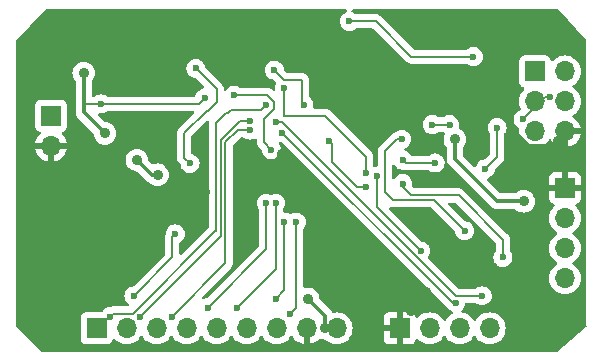
<source format=gbr>
%TF.GenerationSoftware,KiCad,Pcbnew,8.0.1*%
%TF.CreationDate,2024-05-14T10:30:11-07:00*%
%TF.ProjectId,mcu-datalogger,6d63752d-6461-4746-916c-6f676765722e,v0.1*%
%TF.SameCoordinates,Original*%
%TF.FileFunction,Copper,L2,Bot*%
%TF.FilePolarity,Positive*%
%FSLAX46Y46*%
G04 Gerber Fmt 4.6, Leading zero omitted, Abs format (unit mm)*
G04 Created by KiCad (PCBNEW 8.0.1) date 2024-05-14 10:30:11*
%MOMM*%
%LPD*%
G01*
G04 APERTURE LIST*
%TA.AperFunction,ComponentPad*%
%ADD10R,1.700000X1.700000*%
%TD*%
%TA.AperFunction,ComponentPad*%
%ADD11O,1.700000X1.700000*%
%TD*%
%TA.AperFunction,ViaPad*%
%ADD12C,0.900000*%
%TD*%
%TA.AperFunction,ViaPad*%
%ADD13C,0.600000*%
%TD*%
%TA.AperFunction,Conductor*%
%ADD14C,0.200000*%
%TD*%
%TA.AperFunction,Conductor*%
%ADD15C,0.350000*%
%TD*%
G04 APERTURE END LIST*
D10*
%TO.P,J1,1,Pin_1*%
%TO.N,GND*%
X104750000Y-82130000D03*
D11*
%TO.P,J1,2,Pin_2*%
%TO.N,/Vcc*%
X104750000Y-84670000D03*
%TO.P,J1,3,Pin_3*%
%TO.N,/SDA*%
X104750000Y-87210000D03*
%TO.P,J1,4,Pin_4*%
%TO.N,/SCK*%
X104750000Y-89750000D03*
%TD*%
D10*
%TO.P,BT1,1,+*%
%TO.N,/Vcc*%
X61250000Y-76000000D03*
D11*
%TO.P,BT1,2,-*%
%TO.N,GND*%
X61250000Y-78540000D03*
%TD*%
D10*
%TO.P,J3,1,Pin_1*%
%TO.N,/D2*%
X65090000Y-94000000D03*
D11*
%TO.P,J3,2,Pin_2*%
%TO.N,/D3*%
X67630000Y-94000000D03*
%TO.P,J3,3,Pin_3*%
%TO.N,/D4*%
X70170000Y-94000000D03*
%TO.P,J3,4,Pin_4*%
%TO.N,/D5*%
X72710000Y-94000000D03*
%TO.P,J3,5,Pin_5*%
%TO.N,/D6*%
X75250000Y-94000000D03*
%TO.P,J3,6,Pin_6*%
%TO.N,/D7*%
X77790000Y-94000000D03*
%TO.P,J3,7,Pin_7*%
%TO.N,/D8*%
X80330000Y-94000000D03*
%TO.P,J3,8,Pin_8*%
%TO.N,GND*%
X82870000Y-94000000D03*
%TO.P,J3,9,Pin_9*%
%TO.N,/Vcc*%
X85410000Y-94000000D03*
%TD*%
D10*
%TO.P,J2,1,Pin_1*%
%TO.N,GND*%
X90750000Y-94000000D03*
D11*
%TO.P,J2,2,Pin_2*%
%TO.N,/Vcc*%
X93290000Y-94000000D03*
%TO.P,J2,3,Pin_3*%
%TO.N,/RX*%
X95830000Y-94000000D03*
%TO.P,J2,4,Pin_4*%
%TO.N,/TX*%
X98370000Y-94000000D03*
%TD*%
D10*
%TO.P,J4,1,Pin_1*%
%TO.N,/MISO*%
X102210000Y-72250000D03*
D11*
%TO.P,J4,2,Pin_2*%
%TO.N,/Vcc*%
X104750000Y-72250000D03*
%TO.P,J4,3,Pin_3*%
%TO.N,/SCK*%
X102210000Y-74790000D03*
%TO.P,J4,4,Pin_4*%
%TO.N,/MOSI*%
X104750000Y-74790000D03*
%TO.P,J4,5,Pin_5*%
%TO.N,/RESET*%
X102210000Y-77330000D03*
%TO.P,J4,6,Pin_6*%
%TO.N,GND*%
X104750000Y-77330000D03*
%TD*%
D12*
%TO.N,GND*%
X93000000Y-90950000D03*
X97250000Y-72500000D03*
X74250000Y-82500000D03*
X100000000Y-75750000D03*
X66775000Y-88655000D03*
X88750000Y-87000000D03*
X89250000Y-70500000D03*
X88934314Y-75565686D03*
X77151471Y-84348529D03*
X104750000Y-80250000D03*
X91750000Y-92550000D03*
X80814920Y-79278641D03*
X93000000Y-72250000D03*
X88750000Y-89500000D03*
X70598719Y-78888719D03*
X104115824Y-78150000D03*
X73750000Y-78750000D03*
X63950000Y-89000000D03*
D13*
%TO.N,/Vcc*%
X79900000Y-78875000D03*
X86500000Y-68000000D03*
X81000000Y-73650000D03*
X74250000Y-74500000D03*
X65500000Y-75000000D03*
X97000000Y-71000000D03*
X76750000Y-74250000D03*
X87900000Y-80838088D03*
D12*
X64000000Y-72395000D03*
X83000000Y-91500000D03*
X70250000Y-81000000D03*
X68500000Y-79750000D03*
X84420003Y-94000000D03*
X101250000Y-83250000D03*
X65800000Y-77500000D03*
X95425000Y-78000000D03*
D13*
%TO.N,Net-(U4-AREF)*%
X88850000Y-81100000D03*
X92549265Y-87450735D03*
%TO.N,/SCK*%
X73000000Y-80040000D03*
X101191571Y-76290101D03*
X73500000Y-72000000D03*
X84750000Y-78125000D03*
X103442689Y-74453184D03*
X98000000Y-80500000D03*
X91000000Y-81750000D03*
X87900000Y-82050000D03*
X91000000Y-79750000D03*
X80134345Y-72134345D03*
X99500000Y-88000000D03*
X93750000Y-80000000D03*
X82650000Y-75080000D03*
X99000000Y-77000000D03*
%TO.N,/SDA*%
X96250000Y-85750000D03*
X90925000Y-78000000D03*
%TO.N,/RX*%
X80825735Y-77424265D03*
X95500000Y-91850000D03*
%TO.N,/TX*%
X80250000Y-76500000D03*
X97750000Y-91250000D03*
%TO.N,/D6*%
X77000000Y-92250000D03*
X80250000Y-83420000D03*
%TO.N,/D4*%
X71500000Y-93000000D03*
X78080000Y-77225001D03*
%TO.N,/D5*%
X74500000Y-92250000D03*
X79450000Y-83420000D03*
%TO.N,/D2*%
X66250000Y-93000000D03*
X79450000Y-75080000D03*
%TO.N,/D7*%
X81000000Y-85000000D03*
X80250000Y-91500000D03*
%TO.N,/D3*%
X78080000Y-76424998D03*
X68750000Y-93000000D03*
%TO.N,/D8*%
X81500000Y-92750000D03*
X82000000Y-85000000D03*
%TO.N,/RESET*%
X93525000Y-76750000D03*
X94975000Y-76750000D03*
%TO.N,Net-(U3-SQW{slash}~INT)*%
X71750000Y-86000000D03*
X68250000Y-91250000D03*
%TD*%
D14*
%TO.N,/Vcc*%
X65500000Y-75000000D02*
X64000000Y-75000000D01*
D15*
X64000000Y-75000000D02*
X64000000Y-75700000D01*
X64000000Y-72395000D02*
X64000000Y-75000000D01*
D14*
X80100000Y-75400000D02*
X80100000Y-74810761D01*
X80100000Y-74810761D02*
X79539239Y-74250000D01*
X79539239Y-74250000D02*
X76750000Y-74250000D01*
X79250000Y-76250000D02*
X80100000Y-75400000D01*
X79250000Y-76250000D02*
X79250000Y-78225000D01*
%TO.N,/D2*%
X79030000Y-75500000D02*
X79450000Y-75080000D01*
X76065686Y-75750000D02*
X76250000Y-75750000D01*
X76500000Y-75500000D02*
X79030000Y-75500000D01*
X75200000Y-76615686D02*
X76065686Y-75750000D01*
X75200000Y-85750000D02*
X75200000Y-76615686D01*
X76250000Y-75750000D02*
X76500000Y-75500000D01*
X66500000Y-92750000D02*
X68151471Y-92750000D01*
X68151471Y-92750000D02*
X75151471Y-85750000D01*
X66250000Y-93000000D02*
X66500000Y-92750000D01*
X75151471Y-85750000D02*
X75200000Y-85750000D01*
%TO.N,/Vcc*%
X87900000Y-79461912D02*
X87900000Y-80838088D01*
X84438088Y-76000000D02*
X87900000Y-79461912D01*
X81000000Y-73650000D02*
X81000000Y-76000000D01*
X81000000Y-76000000D02*
X84438088Y-76000000D01*
%TO.N,Net-(U4-AREF)*%
X88850000Y-81100000D02*
X88850000Y-83751470D01*
X88850000Y-83751470D02*
X92549265Y-87450735D01*
%TO.N,/Vcc*%
X73750000Y-75000000D02*
X65500000Y-75000000D01*
X74250000Y-74500000D02*
X73750000Y-75000000D01*
D15*
%TO.N,GND*%
X66430000Y-89000000D02*
X66775000Y-88655000D01*
X91750000Y-92500000D02*
X93000000Y-91250000D01*
X104015824Y-78250000D02*
X104000000Y-78250000D01*
X73750000Y-78750000D02*
X74250000Y-79250000D01*
X97250000Y-72500000D02*
X93250000Y-72500000D01*
X74250000Y-79250000D02*
X74250000Y-82500000D01*
X91000000Y-72250000D02*
X90125000Y-71375000D01*
X104115824Y-78150000D02*
X104015824Y-78250000D01*
X104000000Y-78250000D02*
X104750000Y-79000000D01*
X100305000Y-76055000D02*
X100000000Y-75750000D01*
X80750000Y-79250000D02*
X80778641Y-79278641D01*
X80778641Y-79278641D02*
X80814920Y-79278641D01*
X93000000Y-91250000D02*
X93000000Y-90950000D01*
X104750000Y-79000000D02*
X104750000Y-80250000D01*
X104115824Y-78150000D02*
X103660824Y-78605000D01*
X79512356Y-80487644D02*
X80750000Y-79250000D01*
X93250000Y-72500000D02*
X93000000Y-72250000D01*
X79512356Y-81987644D02*
X79512356Y-80487644D01*
X100305000Y-77228123D02*
X100305000Y-76055000D01*
X91750000Y-92550000D02*
X91750000Y-92500000D01*
X88934314Y-75565686D02*
X88934314Y-72565686D01*
X63950000Y-89000000D02*
X66430000Y-89000000D01*
X101681877Y-78605000D02*
X100305000Y-77228123D01*
X90125000Y-71375000D02*
X89250000Y-70500000D01*
X77151471Y-84348529D02*
X79512356Y-81987644D01*
X93000000Y-72250000D02*
X91000000Y-72250000D01*
X88934314Y-72565686D02*
X90125000Y-71375000D01*
X88750000Y-89500000D02*
X88750000Y-87000000D01*
X103660824Y-78605000D02*
X101681877Y-78605000D01*
D14*
%TO.N,/Vcc*%
X79250000Y-78225000D02*
X79900000Y-78875000D01*
X97000000Y-71000000D02*
X91750000Y-71000000D01*
X91750000Y-71000000D02*
X88750000Y-68000000D01*
X88750000Y-68000000D02*
X86500000Y-68000000D01*
D15*
X101250000Y-83250000D02*
X99000000Y-83250000D01*
X84420003Y-92920003D02*
X83000000Y-91500000D01*
X70250000Y-81000000D02*
X69750000Y-81000000D01*
X99000000Y-83250000D02*
X95425000Y-79675000D01*
X69750000Y-81000000D02*
X68500000Y-79750000D01*
X64000000Y-75700000D02*
X65800000Y-77500000D01*
X84420003Y-94000000D02*
X84420003Y-92920003D01*
X95425000Y-79675000D02*
X95425000Y-78000000D01*
D14*
%TO.N,/SCK*%
X72500000Y-77500000D02*
X74400000Y-75600000D01*
X91000000Y-82000000D02*
X91000000Y-81750000D01*
X93750000Y-80000000D02*
X91250000Y-80000000D01*
X82500000Y-74930000D02*
X82650000Y-75080000D01*
X103442689Y-74453184D02*
X103028488Y-74453184D01*
X99500000Y-86500000D02*
X95750000Y-82750000D01*
X85000000Y-79901470D02*
X85000000Y-78375000D01*
X87148530Y-82050000D02*
X85000000Y-79901470D01*
X80134345Y-72134345D02*
X81000000Y-73000000D01*
X99000000Y-79500000D02*
X98000000Y-80500000D01*
X85000000Y-78375000D02*
X84750000Y-78125000D01*
X75250000Y-74848529D02*
X75250000Y-73750000D01*
X91250000Y-80000000D02*
X91000000Y-79750000D01*
X87900000Y-82050000D02*
X87148530Y-82050000D01*
X73000000Y-80040000D02*
X72500000Y-79540000D01*
X74400000Y-75600000D02*
X74498529Y-75600000D01*
X99000000Y-77000000D02*
X99000000Y-79500000D01*
X72500000Y-79540000D02*
X72500000Y-77500000D01*
X74498529Y-75600000D02*
X75250000Y-74848529D01*
X103028488Y-74453184D02*
X101191571Y-76290101D01*
X95750000Y-82750000D02*
X91750000Y-82750000D01*
X75250000Y-73750000D02*
X73500000Y-72000000D01*
X91750000Y-82750000D02*
X91000000Y-82000000D01*
X99500000Y-88000000D02*
X99500000Y-86500000D01*
X82500000Y-73000000D02*
X82500000Y-74930000D01*
X81000000Y-73000000D02*
X82500000Y-73000000D01*
%TO.N,/SDA*%
X96250000Y-85750000D02*
X93650000Y-83150000D01*
X93650000Y-83150000D02*
X90150000Y-83150000D01*
X89500000Y-79000000D02*
X90500000Y-78000000D01*
X90150000Y-83150000D02*
X89500000Y-82500000D01*
X90500000Y-78000000D02*
X90925000Y-78000000D01*
X89500000Y-82500000D02*
X89500000Y-79000000D01*
%TO.N,/RX*%
X95500000Y-91850000D02*
X95251470Y-91850000D01*
X95251470Y-91850000D02*
X80825735Y-77424265D01*
%TO.N,/TX*%
X95500000Y-91250000D02*
X81500000Y-77250000D01*
X80750000Y-76500000D02*
X80250000Y-76500000D01*
X97750000Y-91250000D02*
X95500000Y-91250000D01*
X81500000Y-77250000D02*
X80750000Y-76500000D01*
%TO.N,/D6*%
X80250000Y-89000000D02*
X80250000Y-83420000D01*
X77000000Y-92250000D02*
X80250000Y-89000000D01*
%TO.N,/D4*%
X77024999Y-77225001D02*
X78080000Y-77225001D01*
X76000000Y-88500000D02*
X76000000Y-78250000D01*
X71500000Y-93000000D02*
X76000000Y-88500000D01*
X76000000Y-78250000D02*
X77024999Y-77225001D01*
%TO.N,/D5*%
X79450000Y-87300000D02*
X79450000Y-83420000D01*
X74500000Y-92250000D02*
X79450000Y-87300000D01*
%TO.N,/D7*%
X80250000Y-91500000D02*
X81000000Y-90750000D01*
X81000000Y-90750000D02*
X81000000Y-85000000D01*
%TO.N,/D3*%
X77259316Y-76424998D02*
X78080000Y-76424998D01*
X75600000Y-86150000D02*
X75600000Y-78084314D01*
X75600000Y-78084314D02*
X77259316Y-76424998D01*
X68750000Y-93000000D02*
X75600000Y-86150000D01*
%TO.N,/D8*%
X81500000Y-92750000D02*
X82000000Y-92250000D01*
X82000000Y-92250000D02*
X82000000Y-85000000D01*
%TO.N,/RESET*%
X93525000Y-76750000D02*
X94975000Y-76750000D01*
%TO.N,Net-(U3-SQW{slash}~INT)*%
X71500000Y-86250000D02*
X71500000Y-88000000D01*
X71750000Y-86000000D02*
X71500000Y-86250000D01*
X71500000Y-88000000D02*
X68250000Y-91250000D01*
%TD*%
%TA.AperFunction,Conductor*%
%TO.N,GND*%
G36*
X104192872Y-66986854D02*
G01*
X104246867Y-67021553D01*
X106467253Y-69463978D01*
X106497783Y-69526824D01*
X106499500Y-69547389D01*
X106499500Y-93434108D01*
X106499500Y-93565892D01*
X106533556Y-93692993D01*
X106533609Y-93693188D01*
X106533609Y-93693189D01*
X106573842Y-93762874D01*
X106590315Y-93830774D01*
X106567463Y-93896801D01*
X106545838Y-93920133D01*
X104085089Y-95970759D01*
X104020986Y-95998555D01*
X104005706Y-95999500D01*
X60684108Y-95999500D01*
X60607663Y-96019983D01*
X60537813Y-96018320D01*
X60487889Y-95987889D01*
X58262110Y-93762110D01*
X58228625Y-93700787D01*
X58230015Y-93642340D01*
X58250500Y-93565892D01*
X58250500Y-93434108D01*
X58250500Y-76897870D01*
X59899500Y-76897870D01*
X59899501Y-76897876D01*
X59905908Y-76957483D01*
X59956202Y-77092328D01*
X59956206Y-77092335D01*
X60042452Y-77207544D01*
X60042455Y-77207547D01*
X60157664Y-77293793D01*
X60157671Y-77293797D01*
X60157674Y-77293798D01*
X60289598Y-77343002D01*
X60345531Y-77384873D01*
X60369949Y-77450337D01*
X60355098Y-77518610D01*
X60333947Y-77546865D01*
X60211886Y-77668926D01*
X60076400Y-77862420D01*
X60076399Y-77862422D01*
X59976570Y-78076507D01*
X59976567Y-78076513D01*
X59919364Y-78289999D01*
X59919364Y-78290000D01*
X60816988Y-78290000D01*
X60784075Y-78347007D01*
X60750000Y-78474174D01*
X60750000Y-78605826D01*
X60784075Y-78732993D01*
X60816988Y-78790000D01*
X59919364Y-78790000D01*
X59976567Y-79003486D01*
X59976570Y-79003492D01*
X60076399Y-79217578D01*
X60211894Y-79411082D01*
X60378917Y-79578105D01*
X60572421Y-79713600D01*
X60786507Y-79813429D01*
X60786516Y-79813433D01*
X61000000Y-79870634D01*
X61000000Y-78973012D01*
X61057007Y-79005925D01*
X61184174Y-79040000D01*
X61315826Y-79040000D01*
X61442993Y-79005925D01*
X61500000Y-78973012D01*
X61500000Y-79870633D01*
X61713483Y-79813433D01*
X61713492Y-79813429D01*
X61849517Y-79750000D01*
X67544901Y-79750000D01*
X67563252Y-79936331D01*
X67563253Y-79936333D01*
X67617604Y-80115502D01*
X67705862Y-80280623D01*
X67705864Y-80280626D01*
X67824642Y-80425357D01*
X67969373Y-80544135D01*
X67969376Y-80544137D01*
X68125442Y-80627555D01*
X68134499Y-80632396D01*
X68313669Y-80686747D01*
X68455621Y-80700727D01*
X68520408Y-80726887D01*
X68531148Y-80736449D01*
X69319390Y-81524692D01*
X69319394Y-81524695D01*
X69430024Y-81598616D01*
X69430037Y-81598623D01*
X69525013Y-81637963D01*
X69570039Y-81671356D01*
X69570341Y-81671055D01*
X69572371Y-81673086D01*
X69573414Y-81673859D01*
X69574645Y-81675359D01*
X69719373Y-81794135D01*
X69719376Y-81794137D01*
X69872712Y-81876096D01*
X69884499Y-81882396D01*
X70063666Y-81936746D01*
X70063668Y-81936747D01*
X70080374Y-81938392D01*
X70250000Y-81955099D01*
X70436331Y-81936747D01*
X70615501Y-81882396D01*
X70780625Y-81794136D01*
X70925357Y-81675357D01*
X71044136Y-81530625D01*
X71132396Y-81365501D01*
X71186747Y-81186331D01*
X71205099Y-81000000D01*
X71186747Y-80813669D01*
X71132396Y-80634499D01*
X71092350Y-80559577D01*
X71044137Y-80469376D01*
X71044135Y-80469373D01*
X70925357Y-80324642D01*
X70780626Y-80205864D01*
X70780623Y-80205862D01*
X70615502Y-80117604D01*
X70436333Y-80063253D01*
X70436331Y-80063252D01*
X70250000Y-80044901D01*
X70063670Y-80063252D01*
X69908362Y-80110365D01*
X69838495Y-80110988D01*
X69784686Y-80079385D01*
X69486449Y-79781148D01*
X69452964Y-79719825D01*
X69450727Y-79705620D01*
X69449236Y-79690478D01*
X69436747Y-79563669D01*
X69382396Y-79384499D01*
X69375953Y-79372445D01*
X69294137Y-79219376D01*
X69294135Y-79219373D01*
X69175357Y-79074642D01*
X69030626Y-78955864D01*
X69030623Y-78955862D01*
X68865502Y-78867604D01*
X68686333Y-78813253D01*
X68686331Y-78813252D01*
X68500000Y-78794901D01*
X68313668Y-78813252D01*
X68313666Y-78813253D01*
X68134497Y-78867604D01*
X67969376Y-78955862D01*
X67969373Y-78955864D01*
X67824642Y-79074642D01*
X67705864Y-79219373D01*
X67705862Y-79219376D01*
X67617604Y-79384497D01*
X67563253Y-79563666D01*
X67563252Y-79563668D01*
X67544901Y-79750000D01*
X61849517Y-79750000D01*
X61927578Y-79713600D01*
X62121082Y-79578105D01*
X62288105Y-79411082D01*
X62423600Y-79217578D01*
X62523429Y-79003492D01*
X62523432Y-79003486D01*
X62580636Y-78790000D01*
X61683012Y-78790000D01*
X61715925Y-78732993D01*
X61750000Y-78605826D01*
X61750000Y-78474174D01*
X61715925Y-78347007D01*
X61683012Y-78290000D01*
X62580636Y-78290000D01*
X62580635Y-78289999D01*
X62523432Y-78076513D01*
X62523429Y-78076507D01*
X62423600Y-77862422D01*
X62423599Y-77862420D01*
X62288113Y-77668926D01*
X62288108Y-77668920D01*
X62166053Y-77546865D01*
X62132568Y-77485542D01*
X62137552Y-77415850D01*
X62179424Y-77359917D01*
X62210400Y-77343002D01*
X62342331Y-77293796D01*
X62457546Y-77207546D01*
X62543796Y-77092331D01*
X62594091Y-76957483D01*
X62600500Y-76897873D01*
X62600499Y-75102128D01*
X62594091Y-75042517D01*
X62592017Y-75036957D01*
X62543797Y-74907671D01*
X62543793Y-74907664D01*
X62457547Y-74792455D01*
X62457544Y-74792452D01*
X62342335Y-74706206D01*
X62342328Y-74706202D01*
X62207482Y-74655908D01*
X62207483Y-74655908D01*
X62147883Y-74649501D01*
X62147881Y-74649500D01*
X62147873Y-74649500D01*
X62147864Y-74649500D01*
X60352129Y-74649500D01*
X60352123Y-74649501D01*
X60292516Y-74655908D01*
X60157671Y-74706202D01*
X60157664Y-74706206D01*
X60042455Y-74792452D01*
X60042452Y-74792455D01*
X59956206Y-74907664D01*
X59956202Y-74907671D01*
X59905908Y-75042517D01*
X59901845Y-75080313D01*
X59899501Y-75102123D01*
X59899500Y-75102135D01*
X59899500Y-76897870D01*
X58250500Y-76897870D01*
X58250500Y-72395000D01*
X63044901Y-72395000D01*
X63063252Y-72581331D01*
X63063253Y-72581333D01*
X63117604Y-72760502D01*
X63205860Y-72925619D01*
X63205864Y-72925626D01*
X63296353Y-73035885D01*
X63323666Y-73100194D01*
X63324500Y-73114550D01*
X63324500Y-75766535D01*
X63350457Y-75897028D01*
X63350459Y-75897036D01*
X63401378Y-76019965D01*
X63401383Y-76019975D01*
X63475304Y-76130605D01*
X63475307Y-76130609D01*
X64813549Y-77468850D01*
X64847034Y-77530173D01*
X64849271Y-77544376D01*
X64863253Y-77686332D01*
X64863253Y-77686333D01*
X64917604Y-77865502D01*
X65005862Y-78030623D01*
X65005864Y-78030626D01*
X65124642Y-78175357D01*
X65269373Y-78294135D01*
X65269376Y-78294137D01*
X65402890Y-78365501D01*
X65434499Y-78382396D01*
X65613666Y-78436746D01*
X65613668Y-78436747D01*
X65630374Y-78438392D01*
X65800000Y-78455099D01*
X65986331Y-78436747D01*
X66165501Y-78382396D01*
X66330625Y-78294136D01*
X66475357Y-78175357D01*
X66594136Y-78030625D01*
X66682396Y-77865501D01*
X66736747Y-77686331D01*
X66755099Y-77500000D01*
X66736747Y-77313669D01*
X66682396Y-77134499D01*
X66680678Y-77131284D01*
X66594137Y-76969376D01*
X66594135Y-76969373D01*
X66475357Y-76824642D01*
X66330626Y-76705864D01*
X66330623Y-76705862D01*
X66165502Y-76617604D01*
X65986332Y-76563253D01*
X65844376Y-76549271D01*
X65779589Y-76523110D01*
X65768850Y-76513549D01*
X65255683Y-76000382D01*
X65222198Y-75939059D01*
X65227182Y-75869367D01*
X65269054Y-75813434D01*
X65334518Y-75789017D01*
X65357248Y-75789481D01*
X65499997Y-75805565D01*
X65500000Y-75805565D01*
X65500004Y-75805565D01*
X65679249Y-75785369D01*
X65679252Y-75785368D01*
X65679255Y-75785368D01*
X65849522Y-75725789D01*
X66002262Y-75629816D01*
X66002267Y-75629810D01*
X66005097Y-75627555D01*
X66007275Y-75626665D01*
X66008158Y-75626111D01*
X66008255Y-75626265D01*
X66069783Y-75601145D01*
X66082412Y-75600500D01*
X73250902Y-75600500D01*
X73317941Y-75620185D01*
X73363696Y-75672989D01*
X73373640Y-75742147D01*
X73344615Y-75805703D01*
X73338583Y-75812181D01*
X72019481Y-77131282D01*
X72019475Y-77131290D01*
X71976422Y-77205862D01*
X71976422Y-77205863D01*
X71940423Y-77268214D01*
X71940423Y-77268215D01*
X71899499Y-77420943D01*
X71899499Y-77420945D01*
X71899499Y-77589046D01*
X71899500Y-77589059D01*
X71899500Y-79453330D01*
X71899499Y-79453348D01*
X71899499Y-79619054D01*
X71899498Y-79619054D01*
X71899499Y-79619057D01*
X71940423Y-79771785D01*
X71941811Y-79774189D01*
X71941818Y-79774215D01*
X71941824Y-79774212D01*
X72019475Y-79908709D01*
X72019481Y-79908717D01*
X72131284Y-80020520D01*
X72131285Y-80020522D01*
X72169298Y-80058535D01*
X72202783Y-80119858D01*
X72204837Y-80132332D01*
X72214630Y-80219249D01*
X72274210Y-80389521D01*
X72345050Y-80502262D01*
X72370184Y-80542262D01*
X72497738Y-80669816D01*
X72650478Y-80765789D01*
X72787303Y-80813666D01*
X72820745Y-80825368D01*
X72820750Y-80825369D01*
X72999996Y-80845565D01*
X73000000Y-80845565D01*
X73000004Y-80845565D01*
X73179249Y-80825369D01*
X73179252Y-80825368D01*
X73179255Y-80825368D01*
X73349522Y-80765789D01*
X73502262Y-80669816D01*
X73629816Y-80542262D01*
X73725789Y-80389522D01*
X73785368Y-80219255D01*
X73786877Y-80205862D01*
X73805565Y-80040003D01*
X73805565Y-80039996D01*
X73785369Y-79860750D01*
X73785368Y-79860745D01*
X73755080Y-79774187D01*
X73725789Y-79690478D01*
X73702073Y-79652735D01*
X73674259Y-79608469D01*
X73629816Y-79537738D01*
X73502262Y-79410184D01*
X73461385Y-79384499D01*
X73349521Y-79314210D01*
X73256845Y-79281781D01*
X73183544Y-79256132D01*
X73126770Y-79215412D01*
X73101022Y-79150460D01*
X73100500Y-79139092D01*
X73100500Y-77800097D01*
X73120185Y-77733058D01*
X73136819Y-77712416D01*
X74387818Y-76461417D01*
X74449141Y-76427932D01*
X74518833Y-76432916D01*
X74574766Y-76474788D01*
X74599183Y-76540252D01*
X74599499Y-76549098D01*
X74599499Y-76704732D01*
X74599500Y-76704745D01*
X74599500Y-85401374D01*
X74579815Y-85468413D01*
X74563181Y-85489055D01*
X72312181Y-87740055D01*
X72250858Y-87773540D01*
X72181166Y-87768556D01*
X72125233Y-87726684D01*
X72100816Y-87661220D01*
X72100500Y-87652374D01*
X72100500Y-86793706D01*
X72120185Y-86726667D01*
X72158529Y-86688712D01*
X72252259Y-86629818D01*
X72252259Y-86629817D01*
X72252262Y-86629816D01*
X72379816Y-86502262D01*
X72475789Y-86349522D01*
X72535368Y-86179255D01*
X72536241Y-86171506D01*
X72555565Y-86000003D01*
X72555565Y-85999996D01*
X72535369Y-85820750D01*
X72535368Y-85820745D01*
X72475788Y-85650476D01*
X72433020Y-85582412D01*
X72379816Y-85497738D01*
X72252262Y-85370184D01*
X72216686Y-85347830D01*
X72099523Y-85274211D01*
X71929254Y-85214631D01*
X71929249Y-85214630D01*
X71750004Y-85194435D01*
X71749996Y-85194435D01*
X71570750Y-85214630D01*
X71570745Y-85214631D01*
X71400476Y-85274211D01*
X71247737Y-85370184D01*
X71120184Y-85497737D01*
X71024211Y-85650476D01*
X70964631Y-85820745D01*
X70964630Y-85820749D01*
X70944844Y-85996362D01*
X70941399Y-86014571D01*
X70899499Y-86170943D01*
X70899499Y-86339046D01*
X70899500Y-86339059D01*
X70899500Y-87699902D01*
X70879815Y-87766941D01*
X70863181Y-87787583D01*
X68231465Y-90419298D01*
X68170142Y-90452783D01*
X68157668Y-90454837D01*
X68070750Y-90464630D01*
X67900478Y-90524210D01*
X67747737Y-90620184D01*
X67620184Y-90747737D01*
X67524211Y-90900476D01*
X67464631Y-91070745D01*
X67464630Y-91070750D01*
X67444435Y-91249996D01*
X67444435Y-91250003D01*
X67464630Y-91429249D01*
X67464631Y-91429254D01*
X67524211Y-91599523D01*
X67617341Y-91747737D01*
X67620184Y-91752262D01*
X67747738Y-91879816D01*
X67799969Y-91912635D01*
X67812496Y-91920506D01*
X67858787Y-91972841D01*
X67869435Y-92041894D01*
X67841060Y-92105743D01*
X67782670Y-92144115D01*
X67746524Y-92149500D01*
X66420940Y-92149500D01*
X66380019Y-92160464D01*
X66380019Y-92160465D01*
X66268216Y-92190423D01*
X66264574Y-92191399D01*
X66246364Y-92194844D01*
X66070749Y-92214630D01*
X66070745Y-92214631D01*
X65900476Y-92274211D01*
X65747737Y-92370184D01*
X65620182Y-92497739D01*
X65620181Y-92497741D01*
X65561285Y-92591473D01*
X65508951Y-92637763D01*
X65456292Y-92649500D01*
X64192129Y-92649500D01*
X64192123Y-92649501D01*
X64132516Y-92655908D01*
X63997671Y-92706202D01*
X63997664Y-92706206D01*
X63882455Y-92792452D01*
X63882452Y-92792455D01*
X63796206Y-92907664D01*
X63796202Y-92907671D01*
X63745908Y-93042517D01*
X63739501Y-93102116D01*
X63739500Y-93102135D01*
X63739500Y-94897870D01*
X63739501Y-94897876D01*
X63745908Y-94957483D01*
X63796202Y-95092328D01*
X63796206Y-95092335D01*
X63882452Y-95207544D01*
X63882455Y-95207547D01*
X63997664Y-95293793D01*
X63997671Y-95293797D01*
X64132517Y-95344091D01*
X64132516Y-95344091D01*
X64139444Y-95344835D01*
X64192127Y-95350500D01*
X65987872Y-95350499D01*
X66047483Y-95344091D01*
X66182331Y-95293796D01*
X66297546Y-95207546D01*
X66383796Y-95092331D01*
X66432810Y-94960916D01*
X66474681Y-94904984D01*
X66540145Y-94880566D01*
X66608418Y-94895417D01*
X66636673Y-94916569D01*
X66758599Y-95038495D01*
X66855384Y-95106265D01*
X66952165Y-95174032D01*
X66952167Y-95174033D01*
X66952170Y-95174035D01*
X67166337Y-95273903D01*
X67394592Y-95335063D01*
X67571034Y-95350500D01*
X67629999Y-95355659D01*
X67630000Y-95355659D01*
X67630001Y-95355659D01*
X67688966Y-95350500D01*
X67865408Y-95335063D01*
X68093663Y-95273903D01*
X68307830Y-95174035D01*
X68501401Y-95038495D01*
X68668495Y-94871401D01*
X68798425Y-94685842D01*
X68853002Y-94642217D01*
X68922500Y-94635023D01*
X68984855Y-94666546D01*
X69001575Y-94685842D01*
X69131500Y-94871395D01*
X69131505Y-94871401D01*
X69298599Y-95038495D01*
X69395384Y-95106265D01*
X69492165Y-95174032D01*
X69492167Y-95174033D01*
X69492170Y-95174035D01*
X69706337Y-95273903D01*
X69934592Y-95335063D01*
X70111034Y-95350500D01*
X70169999Y-95355659D01*
X70170000Y-95355659D01*
X70170001Y-95355659D01*
X70228966Y-95350500D01*
X70405408Y-95335063D01*
X70633663Y-95273903D01*
X70847830Y-95174035D01*
X71041401Y-95038495D01*
X71208495Y-94871401D01*
X71338425Y-94685842D01*
X71393002Y-94642217D01*
X71462500Y-94635023D01*
X71524855Y-94666546D01*
X71541575Y-94685842D01*
X71671500Y-94871395D01*
X71671505Y-94871401D01*
X71838599Y-95038495D01*
X71935384Y-95106265D01*
X72032165Y-95174032D01*
X72032167Y-95174033D01*
X72032170Y-95174035D01*
X72246337Y-95273903D01*
X72474592Y-95335063D01*
X72651034Y-95350500D01*
X72709999Y-95355659D01*
X72710000Y-95355659D01*
X72710001Y-95355659D01*
X72768966Y-95350500D01*
X72945408Y-95335063D01*
X73173663Y-95273903D01*
X73387830Y-95174035D01*
X73581401Y-95038495D01*
X73748495Y-94871401D01*
X73878425Y-94685842D01*
X73933002Y-94642217D01*
X74002500Y-94635023D01*
X74064855Y-94666546D01*
X74081575Y-94685842D01*
X74211500Y-94871395D01*
X74211505Y-94871401D01*
X74378599Y-95038495D01*
X74475384Y-95106265D01*
X74572165Y-95174032D01*
X74572167Y-95174033D01*
X74572170Y-95174035D01*
X74786337Y-95273903D01*
X75014592Y-95335063D01*
X75191034Y-95350500D01*
X75249999Y-95355659D01*
X75250000Y-95355659D01*
X75250001Y-95355659D01*
X75308966Y-95350500D01*
X75485408Y-95335063D01*
X75713663Y-95273903D01*
X75927830Y-95174035D01*
X76121401Y-95038495D01*
X76288495Y-94871401D01*
X76418425Y-94685842D01*
X76473002Y-94642217D01*
X76542500Y-94635023D01*
X76604855Y-94666546D01*
X76621575Y-94685842D01*
X76751500Y-94871395D01*
X76751505Y-94871401D01*
X76918599Y-95038495D01*
X77015384Y-95106265D01*
X77112165Y-95174032D01*
X77112167Y-95174033D01*
X77112170Y-95174035D01*
X77326337Y-95273903D01*
X77554592Y-95335063D01*
X77731034Y-95350500D01*
X77789999Y-95355659D01*
X77790000Y-95355659D01*
X77790001Y-95355659D01*
X77848966Y-95350500D01*
X78025408Y-95335063D01*
X78253663Y-95273903D01*
X78467830Y-95174035D01*
X78661401Y-95038495D01*
X78828495Y-94871401D01*
X78958425Y-94685842D01*
X79013002Y-94642217D01*
X79082500Y-94635023D01*
X79144855Y-94666546D01*
X79161575Y-94685842D01*
X79291500Y-94871395D01*
X79291505Y-94871401D01*
X79458599Y-95038495D01*
X79555384Y-95106265D01*
X79652165Y-95174032D01*
X79652167Y-95174033D01*
X79652170Y-95174035D01*
X79866337Y-95273903D01*
X80094592Y-95335063D01*
X80271034Y-95350500D01*
X80329999Y-95355659D01*
X80330000Y-95355659D01*
X80330001Y-95355659D01*
X80388966Y-95350500D01*
X80565408Y-95335063D01*
X80793663Y-95273903D01*
X81007830Y-95174035D01*
X81201401Y-95038495D01*
X81368495Y-94871401D01*
X81498730Y-94685405D01*
X81553307Y-94641781D01*
X81622805Y-94634587D01*
X81685160Y-94666110D01*
X81701879Y-94685405D01*
X81831890Y-94871078D01*
X81998917Y-95038105D01*
X82192421Y-95173600D01*
X82406507Y-95273429D01*
X82406516Y-95273433D01*
X82620000Y-95330634D01*
X82620000Y-94433012D01*
X82677007Y-94465925D01*
X82804174Y-94500000D01*
X82935826Y-94500000D01*
X83062993Y-94465925D01*
X83120000Y-94433012D01*
X83120000Y-95330633D01*
X83333483Y-95273433D01*
X83333492Y-95273429D01*
X83547578Y-95173600D01*
X83741082Y-95038105D01*
X83886698Y-94892490D01*
X83948021Y-94859005D01*
X84017713Y-94863989D01*
X84032825Y-94870809D01*
X84054502Y-94882396D01*
X84233672Y-94936747D01*
X84414895Y-94954595D01*
X84479681Y-94980755D01*
X84490421Y-94990317D01*
X84538599Y-95038495D01*
X84635384Y-95106265D01*
X84732165Y-95174032D01*
X84732167Y-95174033D01*
X84732170Y-95174035D01*
X84946337Y-95273903D01*
X85174592Y-95335063D01*
X85351034Y-95350500D01*
X85409999Y-95355659D01*
X85410000Y-95355659D01*
X85410001Y-95355659D01*
X85468966Y-95350500D01*
X85645408Y-95335063D01*
X85873663Y-95273903D01*
X86087830Y-95174035D01*
X86281401Y-95038495D01*
X86448495Y-94871401D01*
X86584035Y-94677830D01*
X86683903Y-94463663D01*
X86745063Y-94235408D01*
X86765659Y-94000000D01*
X86745063Y-93764592D01*
X86683903Y-93536337D01*
X86584035Y-93322171D01*
X86578425Y-93314158D01*
X86448494Y-93128597D01*
X86281402Y-92961506D01*
X86281395Y-92961501D01*
X86087834Y-92825967D01*
X86087830Y-92825965D01*
X86047957Y-92807372D01*
X85873663Y-92726097D01*
X85873659Y-92726096D01*
X85873655Y-92726094D01*
X85645413Y-92664938D01*
X85645403Y-92664936D01*
X85410001Y-92644341D01*
X85409999Y-92644341D01*
X85174591Y-92664937D01*
X85164465Y-92667650D01*
X85094615Y-92665983D01*
X85036755Y-92626817D01*
X85030131Y-92614464D01*
X85028841Y-92615327D01*
X85018281Y-92599523D01*
X85003444Y-92577317D01*
X84988215Y-92554524D01*
X84944697Y-92489394D01*
X84944694Y-92489391D01*
X83986449Y-91531148D01*
X83952964Y-91469825D01*
X83950727Y-91455620D01*
X83950172Y-91449980D01*
X83936747Y-91313669D01*
X83882396Y-91134499D01*
X83823281Y-91023901D01*
X83794137Y-90969376D01*
X83794135Y-90969373D01*
X83675357Y-90824642D01*
X83530626Y-90705864D01*
X83530623Y-90705862D01*
X83365502Y-90617604D01*
X83186333Y-90563253D01*
X83186331Y-90563252D01*
X83000000Y-90544901D01*
X82813670Y-90563252D01*
X82760495Y-90579383D01*
X82690628Y-90580006D01*
X82631515Y-90542757D01*
X82601924Y-90479463D01*
X82600500Y-90460722D01*
X82600500Y-85582412D01*
X82620185Y-85515373D01*
X82627555Y-85505097D01*
X82629810Y-85502267D01*
X82629816Y-85502262D01*
X82725789Y-85349522D01*
X82785368Y-85179255D01*
X82802837Y-85024211D01*
X82805565Y-85000003D01*
X82805565Y-84999996D01*
X82785369Y-84820750D01*
X82785368Y-84820745D01*
X82732620Y-84670000D01*
X82725789Y-84650478D01*
X82629816Y-84497738D01*
X82502262Y-84370184D01*
X82434027Y-84327309D01*
X82349523Y-84274211D01*
X82179254Y-84214631D01*
X82179249Y-84214630D01*
X82000004Y-84194435D01*
X81999996Y-84194435D01*
X81820750Y-84214630D01*
X81820737Y-84214633D01*
X81650479Y-84274209D01*
X81565971Y-84327309D01*
X81498734Y-84346309D01*
X81434029Y-84327309D01*
X81349520Y-84274209D01*
X81179262Y-84214633D01*
X81179249Y-84214630D01*
X81000004Y-84194435D01*
X81000001Y-84194435D01*
X81000000Y-84194435D01*
X80995975Y-84194888D01*
X80988380Y-84195744D01*
X80919558Y-84183687D01*
X80868180Y-84136336D01*
X80850500Y-84072523D01*
X80850500Y-84002412D01*
X80870185Y-83935373D01*
X80877555Y-83925097D01*
X80879810Y-83922267D01*
X80879816Y-83922262D01*
X80975789Y-83769522D01*
X81035368Y-83599255D01*
X81037565Y-83579756D01*
X81055565Y-83420003D01*
X81055565Y-83419996D01*
X81035369Y-83240750D01*
X81035368Y-83240745D01*
X80975788Y-83070476D01*
X80879815Y-82917737D01*
X80752262Y-82790184D01*
X80599523Y-82694211D01*
X80429254Y-82634631D01*
X80429249Y-82634630D01*
X80250004Y-82614435D01*
X80249996Y-82614435D01*
X80070750Y-82634630D01*
X80070737Y-82634633D01*
X79893906Y-82696510D01*
X79893155Y-82694364D01*
X79834856Y-82703962D01*
X79806409Y-82695609D01*
X79806094Y-82696510D01*
X79629262Y-82634633D01*
X79629249Y-82634630D01*
X79450004Y-82614435D01*
X79449996Y-82614435D01*
X79270750Y-82634630D01*
X79270745Y-82634631D01*
X79100476Y-82694211D01*
X78947737Y-82790184D01*
X78820184Y-82917737D01*
X78724211Y-83070476D01*
X78664631Y-83240745D01*
X78664630Y-83240750D01*
X78644435Y-83419996D01*
X78644435Y-83420003D01*
X78664630Y-83599249D01*
X78664631Y-83599254D01*
X78724211Y-83769523D01*
X78784515Y-83865496D01*
X78805907Y-83899541D01*
X78820185Y-83922263D01*
X78822445Y-83925097D01*
X78823334Y-83927275D01*
X78823889Y-83928158D01*
X78823734Y-83928255D01*
X78848855Y-83989783D01*
X78849500Y-84002412D01*
X78849500Y-86999902D01*
X78829815Y-87066941D01*
X78813181Y-87087583D01*
X74481465Y-91419298D01*
X74420142Y-91452783D01*
X74407668Y-91454837D01*
X74320750Y-91464630D01*
X74162635Y-91519956D01*
X74092856Y-91523517D01*
X74032229Y-91488788D01*
X74000002Y-91426794D01*
X74006408Y-91357218D01*
X74033998Y-91315235D01*
X76358506Y-88990728D01*
X76358511Y-88990724D01*
X76368714Y-88980520D01*
X76368716Y-88980520D01*
X76480520Y-88868716D01*
X76549349Y-88749500D01*
X76559577Y-88731785D01*
X76600501Y-88579057D01*
X76600501Y-88420943D01*
X76600501Y-88413348D01*
X76600500Y-88413330D01*
X76600500Y-78550097D01*
X76620185Y-78483058D01*
X76636819Y-78462416D01*
X77237415Y-77861820D01*
X77298738Y-77828335D01*
X77325096Y-77825501D01*
X77497588Y-77825501D01*
X77564627Y-77845186D01*
X77574903Y-77852556D01*
X77577736Y-77854815D01*
X77577738Y-77854817D01*
X77670234Y-77912936D01*
X77723828Y-77946612D01*
X77730478Y-77950790D01*
X77859995Y-77996110D01*
X77900745Y-78010369D01*
X77900750Y-78010370D01*
X78079996Y-78030566D01*
X78080000Y-78030566D01*
X78080004Y-78030566D01*
X78259249Y-78010370D01*
X78259252Y-78010369D01*
X78259255Y-78010369D01*
X78429522Y-77950790D01*
X78429524Y-77950789D01*
X78459527Y-77931937D01*
X78526764Y-77912936D01*
X78593599Y-77933303D01*
X78638814Y-77986571D01*
X78649500Y-78036930D01*
X78649500Y-78138330D01*
X78649499Y-78138348D01*
X78649499Y-78304054D01*
X78649498Y-78304054D01*
X78690423Y-78456786D01*
X78690424Y-78456787D01*
X78716679Y-78502262D01*
X78769480Y-78593716D01*
X78769482Y-78593718D01*
X78888349Y-78712585D01*
X78888355Y-78712590D01*
X79069298Y-78893533D01*
X79102783Y-78954856D01*
X79104837Y-78967330D01*
X79114630Y-79054249D01*
X79174210Y-79224521D01*
X79267157Y-79372445D01*
X79270184Y-79377262D01*
X79397738Y-79504816D01*
X79471193Y-79550971D01*
X79515888Y-79579055D01*
X79550478Y-79600789D01*
X79627474Y-79627731D01*
X79720745Y-79660368D01*
X79720750Y-79660369D01*
X79899996Y-79680565D01*
X79900000Y-79680565D01*
X79900004Y-79680565D01*
X80079249Y-79660369D01*
X80079252Y-79660368D01*
X80079255Y-79660368D01*
X80249522Y-79600789D01*
X80402262Y-79504816D01*
X80529816Y-79377262D01*
X80625789Y-79224522D01*
X80685368Y-79054255D01*
X80688753Y-79024211D01*
X80705565Y-78875003D01*
X80705565Y-78874996D01*
X80685369Y-78695750D01*
X80685368Y-78695745D01*
X80653230Y-78603901D01*
X80625789Y-78525478D01*
X80612315Y-78504035D01*
X80547625Y-78401081D01*
X80528625Y-78333845D01*
X80548993Y-78267009D01*
X80602260Y-78221795D01*
X80666501Y-78211889D01*
X80714495Y-78217296D01*
X80733401Y-78219426D01*
X80797815Y-78246492D01*
X80807200Y-78254965D01*
X94766609Y-92214374D01*
X94766630Y-92214397D01*
X94802292Y-92250058D01*
X94819605Y-92271768D01*
X94870179Y-92352256D01*
X94870182Y-92352259D01*
X94870184Y-92352262D01*
X94997738Y-92479816D01*
X95150478Y-92575789D01*
X95154845Y-92577317D01*
X95170325Y-92582734D01*
X95227101Y-92623455D01*
X95252850Y-92688407D01*
X95239395Y-92756969D01*
X95191008Y-92807372D01*
X95181780Y-92812157D01*
X95152169Y-92825965D01*
X94958597Y-92961505D01*
X94791505Y-93128597D01*
X94661575Y-93314158D01*
X94606998Y-93357783D01*
X94537500Y-93364977D01*
X94475145Y-93333454D01*
X94458425Y-93314158D01*
X94328494Y-93128597D01*
X94161402Y-92961506D01*
X94161395Y-92961501D01*
X93967834Y-92825967D01*
X93967830Y-92825965D01*
X93927957Y-92807372D01*
X93753663Y-92726097D01*
X93753659Y-92726096D01*
X93753655Y-92726094D01*
X93525413Y-92664938D01*
X93525403Y-92664936D01*
X93290001Y-92644341D01*
X93289999Y-92644341D01*
X93054596Y-92664936D01*
X93054586Y-92664938D01*
X92826344Y-92726094D01*
X92826335Y-92726098D01*
X92612171Y-92825964D01*
X92612169Y-92825965D01*
X92418600Y-92961503D01*
X92296284Y-93083819D01*
X92234961Y-93117303D01*
X92165269Y-93112319D01*
X92109336Y-93070447D01*
X92092421Y-93039470D01*
X92043354Y-92907913D01*
X92043350Y-92907906D01*
X91957190Y-92792812D01*
X91957187Y-92792809D01*
X91842093Y-92706649D01*
X91842086Y-92706645D01*
X91707379Y-92656403D01*
X91707372Y-92656401D01*
X91647844Y-92650000D01*
X91000000Y-92650000D01*
X91000000Y-93566988D01*
X90942993Y-93534075D01*
X90815826Y-93500000D01*
X90684174Y-93500000D01*
X90557007Y-93534075D01*
X90500000Y-93566988D01*
X90500000Y-92650000D01*
X89852155Y-92650000D01*
X89792627Y-92656401D01*
X89792620Y-92656403D01*
X89657913Y-92706645D01*
X89657906Y-92706649D01*
X89542812Y-92792809D01*
X89542809Y-92792812D01*
X89456649Y-92907906D01*
X89456645Y-92907913D01*
X89406403Y-93042620D01*
X89406401Y-93042627D01*
X89400000Y-93102155D01*
X89400000Y-93750000D01*
X90316988Y-93750000D01*
X90284075Y-93807007D01*
X90250000Y-93934174D01*
X90250000Y-94065826D01*
X90284075Y-94192993D01*
X90316988Y-94250000D01*
X89400000Y-94250000D01*
X89400000Y-94897844D01*
X89406401Y-94957372D01*
X89406403Y-94957379D01*
X89456645Y-95092086D01*
X89456649Y-95092093D01*
X89542809Y-95207187D01*
X89542812Y-95207190D01*
X89657906Y-95293350D01*
X89657913Y-95293354D01*
X89792620Y-95343596D01*
X89792627Y-95343598D01*
X89852155Y-95349999D01*
X89852172Y-95350000D01*
X90500000Y-95350000D01*
X90500000Y-94433012D01*
X90557007Y-94465925D01*
X90684174Y-94500000D01*
X90815826Y-94500000D01*
X90942993Y-94465925D01*
X91000000Y-94433012D01*
X91000000Y-95350000D01*
X91647828Y-95350000D01*
X91647844Y-95349999D01*
X91707372Y-95343598D01*
X91707379Y-95343596D01*
X91842086Y-95293354D01*
X91842093Y-95293350D01*
X91957187Y-95207190D01*
X91957190Y-95207187D01*
X92043350Y-95092093D01*
X92043354Y-95092086D01*
X92092422Y-94960529D01*
X92134293Y-94904595D01*
X92199757Y-94880178D01*
X92268030Y-94895030D01*
X92296285Y-94916181D01*
X92418599Y-95038495D01*
X92515384Y-95106265D01*
X92612165Y-95174032D01*
X92612167Y-95174033D01*
X92612170Y-95174035D01*
X92826337Y-95273903D01*
X93054592Y-95335063D01*
X93231034Y-95350500D01*
X93289999Y-95355659D01*
X93290000Y-95355659D01*
X93290001Y-95355659D01*
X93348966Y-95350500D01*
X93525408Y-95335063D01*
X93753663Y-95273903D01*
X93967830Y-95174035D01*
X94161401Y-95038495D01*
X94328495Y-94871401D01*
X94458425Y-94685842D01*
X94513002Y-94642217D01*
X94582500Y-94635023D01*
X94644855Y-94666546D01*
X94661575Y-94685842D01*
X94791500Y-94871395D01*
X94791505Y-94871401D01*
X94958599Y-95038495D01*
X95055384Y-95106265D01*
X95152165Y-95174032D01*
X95152167Y-95174033D01*
X95152170Y-95174035D01*
X95366337Y-95273903D01*
X95594592Y-95335063D01*
X95771034Y-95350500D01*
X95829999Y-95355659D01*
X95830000Y-95355659D01*
X95830001Y-95355659D01*
X95888966Y-95350500D01*
X96065408Y-95335063D01*
X96293663Y-95273903D01*
X96507830Y-95174035D01*
X96701401Y-95038495D01*
X96868495Y-94871401D01*
X96998425Y-94685842D01*
X97053002Y-94642217D01*
X97122500Y-94635023D01*
X97184855Y-94666546D01*
X97201575Y-94685842D01*
X97331500Y-94871395D01*
X97331505Y-94871401D01*
X97498599Y-95038495D01*
X97595384Y-95106265D01*
X97692165Y-95174032D01*
X97692167Y-95174033D01*
X97692170Y-95174035D01*
X97906337Y-95273903D01*
X98134592Y-95335063D01*
X98311034Y-95350500D01*
X98369999Y-95355659D01*
X98370000Y-95355659D01*
X98370001Y-95355659D01*
X98428966Y-95350500D01*
X98605408Y-95335063D01*
X98833663Y-95273903D01*
X99047830Y-95174035D01*
X99241401Y-95038495D01*
X99408495Y-94871401D01*
X99544035Y-94677830D01*
X99643903Y-94463663D01*
X99705063Y-94235408D01*
X99725659Y-94000000D01*
X99705063Y-93764592D01*
X99643903Y-93536337D01*
X99544035Y-93322171D01*
X99538425Y-93314158D01*
X99408494Y-93128597D01*
X99241402Y-92961506D01*
X99241395Y-92961501D01*
X99047834Y-92825967D01*
X99047830Y-92825965D01*
X99007957Y-92807372D01*
X98833663Y-92726097D01*
X98833659Y-92726096D01*
X98833655Y-92726094D01*
X98605413Y-92664938D01*
X98605403Y-92664936D01*
X98370001Y-92644341D01*
X98369999Y-92644341D01*
X98134596Y-92664936D01*
X98134586Y-92664938D01*
X97906344Y-92726094D01*
X97906335Y-92726098D01*
X97692171Y-92825964D01*
X97692169Y-92825965D01*
X97498597Y-92961505D01*
X97331505Y-93128597D01*
X97201575Y-93314158D01*
X97146998Y-93357783D01*
X97077500Y-93364977D01*
X97015145Y-93333454D01*
X96998425Y-93314158D01*
X96868494Y-93128597D01*
X96701402Y-92961506D01*
X96701395Y-92961501D01*
X96507834Y-92825967D01*
X96507830Y-92825965D01*
X96467957Y-92807372D01*
X96293663Y-92726097D01*
X96293659Y-92726096D01*
X96293655Y-92726094D01*
X96077062Y-92668059D01*
X96017401Y-92631694D01*
X95986872Y-92568847D01*
X95995167Y-92499472D01*
X96021469Y-92460608D01*
X96129816Y-92352262D01*
X96225789Y-92199522D01*
X96285368Y-92029255D01*
X96285937Y-92024211D01*
X96293102Y-91960617D01*
X96320168Y-91896203D01*
X96377763Y-91856648D01*
X96416322Y-91850500D01*
X97167588Y-91850500D01*
X97234627Y-91870185D01*
X97244903Y-91877555D01*
X97247736Y-91879814D01*
X97247738Y-91879816D01*
X97312496Y-91920506D01*
X97378351Y-91961886D01*
X97400478Y-91975789D01*
X97538860Y-92024211D01*
X97570745Y-92035368D01*
X97570750Y-92035369D01*
X97749996Y-92055565D01*
X97750000Y-92055565D01*
X97750004Y-92055565D01*
X97929249Y-92035369D01*
X97929252Y-92035368D01*
X97929255Y-92035368D01*
X98099522Y-91975789D01*
X98252262Y-91879816D01*
X98379816Y-91752262D01*
X98475789Y-91599522D01*
X98535368Y-91429255D01*
X98535369Y-91429249D01*
X98555565Y-91250003D01*
X98555565Y-91249996D01*
X98535369Y-91070750D01*
X98535368Y-91070745D01*
X98518977Y-91023903D01*
X98475789Y-90900478D01*
X98379816Y-90747738D01*
X98252262Y-90620184D01*
X98241117Y-90613181D01*
X98099523Y-90524211D01*
X97929254Y-90464631D01*
X97929249Y-90464630D01*
X97750004Y-90444435D01*
X97749996Y-90444435D01*
X97570750Y-90464630D01*
X97570745Y-90464631D01*
X97400476Y-90524211D01*
X97247736Y-90620185D01*
X97244903Y-90622445D01*
X97242724Y-90623334D01*
X97241842Y-90623889D01*
X97241744Y-90623734D01*
X97180217Y-90648855D01*
X97167588Y-90649500D01*
X95800097Y-90649500D01*
X95733058Y-90629815D01*
X95712416Y-90613181D01*
X94849235Y-89750000D01*
X103394341Y-89750000D01*
X103414936Y-89985403D01*
X103414938Y-89985413D01*
X103476094Y-90213655D01*
X103476096Y-90213659D01*
X103476097Y-90213663D01*
X103571986Y-90419298D01*
X103575965Y-90427830D01*
X103575967Y-90427834D01*
X103670789Y-90563253D01*
X103711505Y-90621401D01*
X103878599Y-90788495D01*
X103930224Y-90824643D01*
X104072165Y-90924032D01*
X104072167Y-90924033D01*
X104072170Y-90924035D01*
X104286337Y-91023903D01*
X104514592Y-91085063D01*
X104702918Y-91101539D01*
X104749999Y-91105659D01*
X104750000Y-91105659D01*
X104750001Y-91105659D01*
X104789234Y-91102226D01*
X104985408Y-91085063D01*
X105213663Y-91023903D01*
X105427830Y-90924035D01*
X105621401Y-90788495D01*
X105788495Y-90621401D01*
X105924035Y-90427830D01*
X106023903Y-90213663D01*
X106085063Y-89985408D01*
X106105659Y-89750000D01*
X106085063Y-89514592D01*
X106023903Y-89286337D01*
X105924035Y-89072171D01*
X105867006Y-88990724D01*
X105788494Y-88878597D01*
X105621402Y-88711506D01*
X105621396Y-88711501D01*
X105435842Y-88581575D01*
X105392217Y-88526998D01*
X105385023Y-88457500D01*
X105416546Y-88395145D01*
X105435842Y-88378425D01*
X105477120Y-88349522D01*
X105621401Y-88248495D01*
X105788495Y-88081401D01*
X105924035Y-87887830D01*
X106023903Y-87673663D01*
X106085063Y-87445408D01*
X106105659Y-87210000D01*
X106085063Y-86974592D01*
X106023903Y-86746337D01*
X105924035Y-86532171D01*
X105884556Y-86475788D01*
X105788494Y-86338597D01*
X105621402Y-86171506D01*
X105621396Y-86171501D01*
X105435842Y-86041575D01*
X105392217Y-85986998D01*
X105385023Y-85917500D01*
X105416546Y-85855145D01*
X105435842Y-85838425D01*
X105461092Y-85820745D01*
X105621401Y-85708495D01*
X105788495Y-85541401D01*
X105924035Y-85347830D01*
X106023903Y-85133663D01*
X106085063Y-84905408D01*
X106105659Y-84670000D01*
X106085063Y-84434592D01*
X106023903Y-84206337D01*
X105924035Y-83992171D01*
X105897060Y-83953647D01*
X105788496Y-83798600D01*
X105740396Y-83750500D01*
X105666179Y-83676283D01*
X105632696Y-83614963D01*
X105637680Y-83545271D01*
X105679551Y-83489337D01*
X105710529Y-83472422D01*
X105842086Y-83423354D01*
X105842093Y-83423350D01*
X105957187Y-83337190D01*
X105957190Y-83337187D01*
X106043350Y-83222093D01*
X106043354Y-83222086D01*
X106093596Y-83087379D01*
X106093598Y-83087372D01*
X106099999Y-83027844D01*
X106100000Y-83027827D01*
X106100000Y-82380000D01*
X105183012Y-82380000D01*
X105215925Y-82322993D01*
X105250000Y-82195826D01*
X105250000Y-82064174D01*
X105215925Y-81937007D01*
X105183012Y-81880000D01*
X106100000Y-81880000D01*
X106100000Y-81232172D01*
X106099999Y-81232155D01*
X106093598Y-81172627D01*
X106093596Y-81172620D01*
X106043354Y-81037913D01*
X106043350Y-81037906D01*
X105957190Y-80922812D01*
X105957187Y-80922809D01*
X105842093Y-80836649D01*
X105842086Y-80836645D01*
X105707379Y-80786403D01*
X105707372Y-80786401D01*
X105647844Y-80780000D01*
X105000000Y-80780000D01*
X105000000Y-81696988D01*
X104942993Y-81664075D01*
X104815826Y-81630000D01*
X104684174Y-81630000D01*
X104557007Y-81664075D01*
X104500000Y-81696988D01*
X104500000Y-80780000D01*
X103852155Y-80780000D01*
X103792627Y-80786401D01*
X103792620Y-80786403D01*
X103657913Y-80836645D01*
X103657906Y-80836649D01*
X103542812Y-80922809D01*
X103542809Y-80922812D01*
X103456649Y-81037906D01*
X103456645Y-81037913D01*
X103406403Y-81172620D01*
X103406401Y-81172627D01*
X103400000Y-81232155D01*
X103400000Y-81880000D01*
X104316988Y-81880000D01*
X104284075Y-81937007D01*
X104250000Y-82064174D01*
X104250000Y-82195826D01*
X104284075Y-82322993D01*
X104316988Y-82380000D01*
X103400000Y-82380000D01*
X103400000Y-83027844D01*
X103406401Y-83087372D01*
X103406403Y-83087379D01*
X103456645Y-83222086D01*
X103456649Y-83222093D01*
X103542809Y-83337187D01*
X103542812Y-83337190D01*
X103657906Y-83423350D01*
X103657913Y-83423354D01*
X103789470Y-83472421D01*
X103845403Y-83514292D01*
X103869821Y-83579756D01*
X103854970Y-83648029D01*
X103833819Y-83676284D01*
X103711503Y-83798600D01*
X103575965Y-83992169D01*
X103575964Y-83992171D01*
X103476098Y-84206335D01*
X103476094Y-84206344D01*
X103414938Y-84434586D01*
X103414936Y-84434596D01*
X103394341Y-84669999D01*
X103394341Y-84670000D01*
X103414936Y-84905403D01*
X103414938Y-84905413D01*
X103476094Y-85133655D01*
X103476096Y-85133659D01*
X103476097Y-85133663D01*
X103497357Y-85179255D01*
X103575965Y-85347830D01*
X103575967Y-85347834D01*
X103711501Y-85541395D01*
X103711506Y-85541402D01*
X103878597Y-85708493D01*
X103878603Y-85708498D01*
X104064158Y-85838425D01*
X104107783Y-85893002D01*
X104114977Y-85962500D01*
X104083454Y-86024855D01*
X104064158Y-86041575D01*
X103878597Y-86171505D01*
X103711505Y-86338597D01*
X103575965Y-86532169D01*
X103575964Y-86532171D01*
X103476098Y-86746335D01*
X103476094Y-86746344D01*
X103414938Y-86974586D01*
X103414936Y-86974596D01*
X103394341Y-87209999D01*
X103394341Y-87210000D01*
X103414936Y-87445403D01*
X103414938Y-87445413D01*
X103476094Y-87673655D01*
X103476096Y-87673659D01*
X103476097Y-87673663D01*
X103522671Y-87773540D01*
X103575965Y-87887830D01*
X103575967Y-87887834D01*
X103711501Y-88081395D01*
X103711506Y-88081402D01*
X103878597Y-88248493D01*
X103878603Y-88248498D01*
X104064158Y-88378425D01*
X104107783Y-88433002D01*
X104114977Y-88502500D01*
X104083454Y-88564855D01*
X104064158Y-88581575D01*
X103878597Y-88711505D01*
X103711505Y-88878597D01*
X103575965Y-89072169D01*
X103575964Y-89072171D01*
X103476098Y-89286335D01*
X103476094Y-89286344D01*
X103414938Y-89514586D01*
X103414936Y-89514596D01*
X103394341Y-89749999D01*
X103394341Y-89750000D01*
X94849235Y-89750000D01*
X93200056Y-88100821D01*
X93166571Y-88039498D01*
X93171555Y-87969806D01*
X93182744Y-87947168D01*
X93275052Y-87800261D01*
X93275052Y-87800259D01*
X93275054Y-87800257D01*
X93334633Y-87629990D01*
X93349535Y-87497734D01*
X93354830Y-87450738D01*
X93354830Y-87450731D01*
X93334634Y-87271485D01*
X93334633Y-87271480D01*
X93275053Y-87101211D01*
X93195495Y-86974596D01*
X93179081Y-86948473D01*
X93051527Y-86820919D01*
X92932831Y-86746337D01*
X92898786Y-86724945D01*
X92728514Y-86665365D01*
X92641596Y-86655572D01*
X92577182Y-86628505D01*
X92567799Y-86620033D01*
X89889087Y-83941321D01*
X89855602Y-83879998D01*
X89860586Y-83810306D01*
X89902458Y-83754373D01*
X89967922Y-83729956D01*
X90008860Y-83733865D01*
X90070943Y-83750501D01*
X90070945Y-83750501D01*
X90236653Y-83750501D01*
X90236669Y-83750500D01*
X93349903Y-83750500D01*
X93416942Y-83770185D01*
X93437584Y-83786819D01*
X95419298Y-85768533D01*
X95452783Y-85829856D01*
X95454837Y-85842330D01*
X95464630Y-85929249D01*
X95524210Y-86099521D01*
X95577624Y-86184529D01*
X95620184Y-86252262D01*
X95747738Y-86379816D01*
X95900478Y-86475789D01*
X96070745Y-86535368D01*
X96070750Y-86535369D01*
X96249996Y-86555565D01*
X96250000Y-86555565D01*
X96250004Y-86555565D01*
X96429249Y-86535369D01*
X96429252Y-86535368D01*
X96429255Y-86535368D01*
X96599522Y-86475789D01*
X96752262Y-86379816D01*
X96879816Y-86252262D01*
X96975789Y-86099522D01*
X97035368Y-85929255D01*
X97035369Y-85929249D01*
X97055565Y-85750003D01*
X97055565Y-85749996D01*
X97035369Y-85570750D01*
X97035368Y-85570745D01*
X96994075Y-85452736D01*
X96975789Y-85400478D01*
X96879816Y-85247738D01*
X96752262Y-85120184D01*
X96599521Y-85024210D01*
X96429249Y-84964630D01*
X96342330Y-84954837D01*
X96277916Y-84927770D01*
X96268533Y-84919298D01*
X94911416Y-83562181D01*
X94877931Y-83500858D01*
X94882915Y-83431166D01*
X94924787Y-83375233D01*
X94990251Y-83350816D01*
X94999097Y-83350500D01*
X95449903Y-83350500D01*
X95516942Y-83370185D01*
X95537584Y-83386819D01*
X98863181Y-86712416D01*
X98896666Y-86773739D01*
X98899500Y-86800097D01*
X98899500Y-87417587D01*
X98879815Y-87484626D01*
X98872450Y-87494896D01*
X98870186Y-87497734D01*
X98774211Y-87650476D01*
X98714631Y-87820745D01*
X98714630Y-87820750D01*
X98694435Y-87999996D01*
X98694435Y-88000003D01*
X98714630Y-88179249D01*
X98714631Y-88179254D01*
X98774211Y-88349523D01*
X98826665Y-88433002D01*
X98870184Y-88502262D01*
X98997738Y-88629816D01*
X99088080Y-88686582D01*
X99127746Y-88711506D01*
X99150478Y-88725789D01*
X99268084Y-88766941D01*
X99320745Y-88785368D01*
X99320750Y-88785369D01*
X99499996Y-88805565D01*
X99500000Y-88805565D01*
X99500004Y-88805565D01*
X99679249Y-88785369D01*
X99679252Y-88785368D01*
X99679255Y-88785368D01*
X99849522Y-88725789D01*
X100002262Y-88629816D01*
X100129816Y-88502262D01*
X100225789Y-88349522D01*
X100285368Y-88179255D01*
X100287378Y-88161415D01*
X100305565Y-88000003D01*
X100305565Y-87999996D01*
X100285369Y-87820750D01*
X100285368Y-87820745D01*
X100257133Y-87740055D01*
X100225789Y-87650478D01*
X100129816Y-87497738D01*
X100129814Y-87497736D01*
X100129813Y-87497734D01*
X100127550Y-87494896D01*
X100126659Y-87492715D01*
X100126111Y-87491842D01*
X100126264Y-87491745D01*
X100101144Y-87430209D01*
X100100500Y-87417587D01*
X100100500Y-86589059D01*
X100100501Y-86589046D01*
X100100501Y-86420945D01*
X100100501Y-86420943D01*
X100059577Y-86268215D01*
X100011261Y-86184530D01*
X99980520Y-86131284D01*
X99868716Y-86019480D01*
X99868715Y-86019479D01*
X99864385Y-86015149D01*
X99864374Y-86015139D01*
X96237590Y-82388355D01*
X96237588Y-82388352D01*
X96118717Y-82269481D01*
X96118716Y-82269480D01*
X96031904Y-82219360D01*
X96031904Y-82219359D01*
X96031900Y-82219358D01*
X95981785Y-82190423D01*
X95829057Y-82149499D01*
X95670943Y-82149499D01*
X95663347Y-82149499D01*
X95663331Y-82149500D01*
X92050097Y-82149500D01*
X91983058Y-82129815D01*
X91962416Y-82113181D01*
X91826896Y-81977661D01*
X91793411Y-81916338D01*
X91791357Y-81876099D01*
X91805565Y-81750000D01*
X91803300Y-81729901D01*
X91785369Y-81570750D01*
X91785368Y-81570745D01*
X91725788Y-81400476D01*
X91654390Y-81286848D01*
X91629816Y-81247738D01*
X91502262Y-81120184D01*
X91371329Y-81037913D01*
X91349523Y-81024211D01*
X91179254Y-80964631D01*
X91179249Y-80964630D01*
X91000004Y-80944435D01*
X90999996Y-80944435D01*
X90820750Y-80964630D01*
X90820745Y-80964631D01*
X90650476Y-81024211D01*
X90497737Y-81120184D01*
X90370182Y-81247739D01*
X90329493Y-81312496D01*
X90277158Y-81358787D01*
X90208105Y-81369434D01*
X90144257Y-81341059D01*
X90105885Y-81282669D01*
X90100500Y-81246523D01*
X90100500Y-80253476D01*
X90120185Y-80186437D01*
X90172989Y-80140682D01*
X90242147Y-80130738D01*
X90305703Y-80159763D01*
X90329493Y-80187503D01*
X90370184Y-80252262D01*
X90497738Y-80379816D01*
X90513185Y-80389522D01*
X90640271Y-80469376D01*
X90650478Y-80475789D01*
X90799454Y-80527918D01*
X90820745Y-80535368D01*
X90820750Y-80535369D01*
X90996360Y-80555155D01*
X91014570Y-80558600D01*
X91018215Y-80559576D01*
X91018216Y-80559577D01*
X91130019Y-80589534D01*
X91170942Y-80600500D01*
X91170943Y-80600500D01*
X93167588Y-80600500D01*
X93234627Y-80620185D01*
X93244903Y-80627555D01*
X93247736Y-80629814D01*
X93247738Y-80629816D01*
X93400478Y-80725789D01*
X93555404Y-80780000D01*
X93570745Y-80785368D01*
X93570750Y-80785369D01*
X93749996Y-80805565D01*
X93750000Y-80805565D01*
X93750004Y-80805565D01*
X93929249Y-80785369D01*
X93929252Y-80785368D01*
X93929255Y-80785368D01*
X94099522Y-80725789D01*
X94252262Y-80629816D01*
X94379816Y-80502262D01*
X94475789Y-80349522D01*
X94535368Y-80179255D01*
X94535369Y-80179249D01*
X94555565Y-80000003D01*
X94555565Y-80000000D01*
X94554998Y-79994969D01*
X94551936Y-79967795D01*
X94563989Y-79898976D01*
X94611337Y-79847596D01*
X94678947Y-79829970D01*
X94745354Y-79851695D01*
X94789473Y-79905873D01*
X94789717Y-79906458D01*
X94826380Y-79994969D01*
X94826383Y-79994975D01*
X94900304Y-80105605D01*
X94900307Y-80105609D01*
X98475305Y-83680606D01*
X98569394Y-83774695D01*
X98569397Y-83774697D01*
X98569398Y-83774698D01*
X98680020Y-83848613D01*
X98680023Y-83848614D01*
X98680031Y-83848620D01*
X98802964Y-83899540D01*
X98802968Y-83899540D01*
X98802969Y-83899541D01*
X98933466Y-83925500D01*
X98933469Y-83925500D01*
X100530449Y-83925500D01*
X100597488Y-83945185D01*
X100609114Y-83953647D01*
X100719373Y-84044135D01*
X100719376Y-84044137D01*
X100884497Y-84132395D01*
X100884499Y-84132396D01*
X101053582Y-84183687D01*
X101063666Y-84186746D01*
X101063668Y-84186747D01*
X101080374Y-84188392D01*
X101250000Y-84205099D01*
X101436331Y-84186747D01*
X101615501Y-84132396D01*
X101780625Y-84044136D01*
X101925357Y-83925357D01*
X102044136Y-83780625D01*
X102132396Y-83615501D01*
X102186747Y-83436331D01*
X102205099Y-83250000D01*
X102186747Y-83063669D01*
X102132396Y-82884499D01*
X102081984Y-82790184D01*
X102044137Y-82719376D01*
X102044135Y-82719373D01*
X101925357Y-82574642D01*
X101780626Y-82455864D01*
X101780623Y-82455862D01*
X101615502Y-82367604D01*
X101436333Y-82313253D01*
X101436331Y-82313252D01*
X101250000Y-82294901D01*
X101063668Y-82313252D01*
X101063666Y-82313253D01*
X100884497Y-82367604D01*
X100719376Y-82455862D01*
X100719373Y-82455864D01*
X100609114Y-82546353D01*
X100544804Y-82573666D01*
X100530449Y-82574500D01*
X99331163Y-82574500D01*
X99264124Y-82554815D01*
X99243482Y-82538181D01*
X98179097Y-81473796D01*
X98145612Y-81412473D01*
X98150596Y-81342781D01*
X98192468Y-81286848D01*
X98225824Y-81269073D01*
X98270501Y-81253439D01*
X98349522Y-81225789D01*
X98502262Y-81129816D01*
X98629816Y-81002262D01*
X98725789Y-80849522D01*
X98785368Y-80679255D01*
X98795161Y-80592329D01*
X98822226Y-80527918D01*
X98830689Y-80518544D01*
X99480520Y-79868716D01*
X99559577Y-79731784D01*
X99600501Y-79579057D01*
X99600501Y-79420942D01*
X99600501Y-79413347D01*
X99600500Y-79413329D01*
X99600500Y-77582412D01*
X99620185Y-77515373D01*
X99627555Y-77505097D01*
X99629810Y-77502267D01*
X99629816Y-77502262D01*
X99725789Y-77349522D01*
X99785368Y-77179255D01*
X99790128Y-77137007D01*
X99805565Y-77000003D01*
X99805565Y-76999996D01*
X99785369Y-76820750D01*
X99785368Y-76820745D01*
X99745169Y-76705864D01*
X99725789Y-76650478D01*
X99722092Y-76644595D01*
X99686582Y-76588080D01*
X99629816Y-76497738D01*
X99502262Y-76370184D01*
X99377660Y-76291891D01*
X99374816Y-76290104D01*
X100386006Y-76290104D01*
X100406201Y-76469350D01*
X100406202Y-76469355D01*
X100465782Y-76639624D01*
X100547377Y-76769481D01*
X100561755Y-76792363D01*
X100689309Y-76919917D01*
X100775555Y-76974109D01*
X100815589Y-76999264D01*
X100861880Y-77051599D01*
X100873145Y-77115065D01*
X100854341Y-77329997D01*
X100854341Y-77330000D01*
X100874936Y-77565403D01*
X100874938Y-77565413D01*
X100936094Y-77793655D01*
X100936096Y-77793659D01*
X100936097Y-77793663D01*
X101019155Y-77971781D01*
X101035965Y-78007830D01*
X101035967Y-78007834D01*
X101118008Y-78125000D01*
X101171505Y-78201401D01*
X101338599Y-78368495D01*
X101358452Y-78382396D01*
X101532165Y-78504032D01*
X101532167Y-78504033D01*
X101532170Y-78504035D01*
X101746337Y-78603903D01*
X101746343Y-78603904D01*
X101746344Y-78603905D01*
X101801285Y-78618626D01*
X101974592Y-78665063D01*
X102162918Y-78681539D01*
X102209999Y-78685659D01*
X102210000Y-78685659D01*
X102210001Y-78685659D01*
X102249234Y-78682226D01*
X102445408Y-78665063D01*
X102673663Y-78603903D01*
X102887830Y-78504035D01*
X103081401Y-78368495D01*
X103248495Y-78201401D01*
X103378730Y-78015405D01*
X103433307Y-77971781D01*
X103502805Y-77964587D01*
X103565160Y-77996110D01*
X103581879Y-78015405D01*
X103711890Y-78201078D01*
X103878917Y-78368105D01*
X104072421Y-78503600D01*
X104286507Y-78603429D01*
X104286516Y-78603433D01*
X104500000Y-78660634D01*
X104500000Y-77763012D01*
X104557007Y-77795925D01*
X104684174Y-77830000D01*
X104815826Y-77830000D01*
X104942993Y-77795925D01*
X105000000Y-77763012D01*
X105000000Y-78660633D01*
X105213483Y-78603433D01*
X105213492Y-78603429D01*
X105427578Y-78503600D01*
X105621082Y-78368105D01*
X105788105Y-78201082D01*
X105923600Y-78007578D01*
X106023429Y-77793492D01*
X106023432Y-77793486D01*
X106080636Y-77580000D01*
X105183012Y-77580000D01*
X105215925Y-77522993D01*
X105250000Y-77395826D01*
X105250000Y-77264174D01*
X105215925Y-77137007D01*
X105183012Y-77080000D01*
X106080636Y-77080000D01*
X106080635Y-77079999D01*
X106023432Y-76866513D01*
X106023429Y-76866507D01*
X105923600Y-76652422D01*
X105923599Y-76652420D01*
X105788113Y-76458926D01*
X105788108Y-76458920D01*
X105621078Y-76291890D01*
X105435405Y-76161879D01*
X105391780Y-76107302D01*
X105384588Y-76037804D01*
X105416110Y-75975449D01*
X105435406Y-75958730D01*
X105435842Y-75958425D01*
X105621401Y-75828495D01*
X105788495Y-75661401D01*
X105924035Y-75467830D01*
X106023903Y-75253663D01*
X106085063Y-75025408D01*
X106105659Y-74790000D01*
X106102463Y-74753476D01*
X106098327Y-74706202D01*
X106085063Y-74554592D01*
X106023903Y-74326337D01*
X105924035Y-74112171D01*
X105895029Y-74070745D01*
X105788494Y-73918597D01*
X105621402Y-73751506D01*
X105621396Y-73751501D01*
X105435842Y-73621575D01*
X105392217Y-73566998D01*
X105385023Y-73497500D01*
X105416546Y-73435145D01*
X105435842Y-73418425D01*
X105488885Y-73381284D01*
X105621401Y-73288495D01*
X105788495Y-73121401D01*
X105924035Y-72927830D01*
X106023903Y-72713663D01*
X106085063Y-72485408D01*
X106105659Y-72250000D01*
X106085063Y-72014592D01*
X106033124Y-71820750D01*
X106023905Y-71786344D01*
X106023904Y-71786343D01*
X106023903Y-71786337D01*
X105924035Y-71572171D01*
X105875085Y-71502262D01*
X105788494Y-71378597D01*
X105621402Y-71211506D01*
X105621395Y-71211501D01*
X105597022Y-71194435D01*
X105544518Y-71157671D01*
X105427834Y-71075967D01*
X105427830Y-71075965D01*
X105427828Y-71075964D01*
X105213663Y-70976097D01*
X105213659Y-70976096D01*
X105213655Y-70976094D01*
X104985413Y-70914938D01*
X104985403Y-70914936D01*
X104750001Y-70894341D01*
X104749999Y-70894341D01*
X104514596Y-70914936D01*
X104514586Y-70914938D01*
X104286344Y-70976094D01*
X104286335Y-70976098D01*
X104072171Y-71075964D01*
X104072169Y-71075965D01*
X103878600Y-71211503D01*
X103756673Y-71333430D01*
X103695350Y-71366914D01*
X103625658Y-71361930D01*
X103569725Y-71320058D01*
X103552810Y-71289081D01*
X103503797Y-71157671D01*
X103503793Y-71157664D01*
X103417547Y-71042455D01*
X103417544Y-71042452D01*
X103302335Y-70956206D01*
X103302328Y-70956202D01*
X103167482Y-70905908D01*
X103167483Y-70905908D01*
X103107883Y-70899501D01*
X103107881Y-70899500D01*
X103107873Y-70899500D01*
X103107864Y-70899500D01*
X101312129Y-70899500D01*
X101312123Y-70899501D01*
X101252516Y-70905908D01*
X101117671Y-70956202D01*
X101117664Y-70956206D01*
X101002455Y-71042452D01*
X101002452Y-71042455D01*
X100916206Y-71157664D01*
X100916202Y-71157671D01*
X100865908Y-71292517D01*
X100859501Y-71352116D01*
X100859500Y-71352135D01*
X100859500Y-73147870D01*
X100859501Y-73147876D01*
X100865908Y-73207483D01*
X100916202Y-73342328D01*
X100916206Y-73342335D01*
X101002452Y-73457544D01*
X101002455Y-73457547D01*
X101117664Y-73543793D01*
X101117671Y-73543797D01*
X101249081Y-73592810D01*
X101305015Y-73634681D01*
X101329432Y-73700145D01*
X101314580Y-73768418D01*
X101293430Y-73796673D01*
X101171503Y-73918600D01*
X101035965Y-74112169D01*
X101035964Y-74112171D01*
X100936098Y-74326335D01*
X100936094Y-74326344D01*
X100874938Y-74554586D01*
X100874936Y-74554596D01*
X100854341Y-74789999D01*
X100854341Y-74790000D01*
X100874936Y-75025403D01*
X100874938Y-75025413D01*
X100936094Y-75253655D01*
X100936096Y-75253659D01*
X100936097Y-75253663D01*
X100940000Y-75262032D01*
X100989531Y-75368252D01*
X101000023Y-75437330D01*
X100971503Y-75501114D01*
X100918104Y-75537698D01*
X100842051Y-75564310D01*
X100689308Y-75660285D01*
X100561755Y-75787838D01*
X100465782Y-75940577D01*
X100406202Y-76110846D01*
X100406201Y-76110851D01*
X100386006Y-76290097D01*
X100386006Y-76290104D01*
X99374816Y-76290104D01*
X99349523Y-76274211D01*
X99179254Y-76214631D01*
X99179249Y-76214630D01*
X99000004Y-76194435D01*
X98999996Y-76194435D01*
X98820750Y-76214630D01*
X98820745Y-76214631D01*
X98650476Y-76274211D01*
X98497737Y-76370184D01*
X98370184Y-76497737D01*
X98274211Y-76650476D01*
X98214631Y-76820745D01*
X98214630Y-76820750D01*
X98194435Y-76999996D01*
X98194435Y-77000003D01*
X98214630Y-77179249D01*
X98214631Y-77179254D01*
X98274211Y-77349523D01*
X98317347Y-77418172D01*
X98368903Y-77500224D01*
X98370185Y-77502263D01*
X98372445Y-77505097D01*
X98373334Y-77507275D01*
X98373889Y-77508158D01*
X98373734Y-77508255D01*
X98398855Y-77569783D01*
X98399500Y-77582412D01*
X98399500Y-79199902D01*
X98379815Y-79266941D01*
X98363181Y-79287583D01*
X97981465Y-79669298D01*
X97920142Y-79702783D01*
X97907668Y-79704837D01*
X97820750Y-79714630D01*
X97650478Y-79774210D01*
X97497737Y-79870184D01*
X97370184Y-79997737D01*
X97274210Y-80150478D01*
X97230927Y-80274176D01*
X97190205Y-80330953D01*
X97125252Y-80356700D01*
X97056691Y-80343244D01*
X97026204Y-80320903D01*
X96136819Y-79431518D01*
X96103334Y-79370195D01*
X96100500Y-79343837D01*
X96100500Y-78719550D01*
X96120185Y-78652511D01*
X96128647Y-78640885D01*
X96219136Y-78530625D01*
X96307396Y-78365501D01*
X96361747Y-78186331D01*
X96380099Y-78000000D01*
X96361747Y-77813669D01*
X96307396Y-77634499D01*
X96301109Y-77622737D01*
X96219137Y-77469376D01*
X96219135Y-77469373D01*
X96100357Y-77324642D01*
X95955624Y-77205863D01*
X95955623Y-77205862D01*
X95803260Y-77124423D01*
X95753416Y-77075461D01*
X95737955Y-77007323D01*
X95744671Y-76974113D01*
X95760368Y-76929255D01*
X95761420Y-76919917D01*
X95780565Y-76750003D01*
X95780565Y-76749996D01*
X95760369Y-76570750D01*
X95760368Y-76570745D01*
X95721126Y-76458597D01*
X95700789Y-76400478D01*
X95604816Y-76247738D01*
X95477262Y-76120184D01*
X95462401Y-76110846D01*
X95324523Y-76024211D01*
X95154254Y-75964631D01*
X95154249Y-75964630D01*
X94975004Y-75944435D01*
X94974996Y-75944435D01*
X94795750Y-75964630D01*
X94795745Y-75964631D01*
X94625476Y-76024211D01*
X94472736Y-76120185D01*
X94469903Y-76122445D01*
X94467724Y-76123334D01*
X94466842Y-76123889D01*
X94466744Y-76123734D01*
X94405217Y-76148855D01*
X94392588Y-76149500D01*
X94107412Y-76149500D01*
X94040373Y-76129815D01*
X94030097Y-76122445D01*
X94027263Y-76120185D01*
X94027262Y-76120184D01*
X93964137Y-76080520D01*
X93874523Y-76024211D01*
X93704254Y-75964631D01*
X93704249Y-75964630D01*
X93525004Y-75944435D01*
X93524996Y-75944435D01*
X93345750Y-75964630D01*
X93345745Y-75964631D01*
X93175476Y-76024211D01*
X93022737Y-76120184D01*
X92895184Y-76247737D01*
X92799211Y-76400476D01*
X92739631Y-76570745D01*
X92739630Y-76570750D01*
X92719435Y-76749996D01*
X92719435Y-76750003D01*
X92739630Y-76929249D01*
X92739631Y-76929254D01*
X92799211Y-77099523D01*
X92871538Y-77214630D01*
X92895184Y-77252262D01*
X93022738Y-77379816D01*
X93093478Y-77424265D01*
X93165271Y-77469376D01*
X93175478Y-77475789D01*
X93300340Y-77519480D01*
X93345745Y-77535368D01*
X93345750Y-77535369D01*
X93524996Y-77555565D01*
X93525000Y-77555565D01*
X93525004Y-77555565D01*
X93704249Y-77535369D01*
X93704252Y-77535368D01*
X93704255Y-77535368D01*
X93874522Y-77475789D01*
X94027262Y-77379816D01*
X94027267Y-77379810D01*
X94030097Y-77377555D01*
X94032275Y-77376665D01*
X94033158Y-77376111D01*
X94033255Y-77376265D01*
X94094783Y-77351145D01*
X94107412Y-77350500D01*
X94392588Y-77350500D01*
X94459627Y-77370185D01*
X94469903Y-77377555D01*
X94472736Y-77379814D01*
X94472738Y-77379816D01*
X94529066Y-77415209D01*
X94575357Y-77467544D01*
X94586005Y-77536597D01*
X94572453Y-77578654D01*
X94571734Y-77580000D01*
X94542603Y-77634500D01*
X94542602Y-77634502D01*
X94488253Y-77813666D01*
X94488252Y-77813668D01*
X94469901Y-78000000D01*
X94488252Y-78186331D01*
X94488253Y-78186333D01*
X94542604Y-78365502D01*
X94630860Y-78530619D01*
X94630864Y-78530626D01*
X94691002Y-78603903D01*
X94713473Y-78631284D01*
X94721353Y-78640885D01*
X94748666Y-78705194D01*
X94749500Y-78719550D01*
X94749500Y-79702885D01*
X94729815Y-79769924D01*
X94677011Y-79815679D01*
X94607853Y-79825623D01*
X94544297Y-79796598D01*
X94508459Y-79743840D01*
X94475790Y-79650480D01*
X94444567Y-79600789D01*
X94379816Y-79497738D01*
X94252262Y-79370184D01*
X94163182Y-79314211D01*
X94099523Y-79274211D01*
X93929254Y-79214631D01*
X93929249Y-79214630D01*
X93750004Y-79194435D01*
X93749996Y-79194435D01*
X93570750Y-79214630D01*
X93570745Y-79214631D01*
X93400476Y-79274211D01*
X93247736Y-79370185D01*
X93244903Y-79372445D01*
X93242724Y-79373334D01*
X93241842Y-79373889D01*
X93241744Y-79373734D01*
X93180217Y-79398855D01*
X93167588Y-79399500D01*
X91793707Y-79399500D01*
X91726668Y-79379815D01*
X91688713Y-79341472D01*
X91641882Y-79266941D01*
X91629816Y-79247738D01*
X91502262Y-79120184D01*
X91349522Y-79024211D01*
X91297264Y-79005925D01*
X91220088Y-78978920D01*
X91163312Y-78938198D01*
X91137565Y-78873245D01*
X91151021Y-78804683D01*
X91199409Y-78754281D01*
X91220089Y-78744836D01*
X91229114Y-78741677D01*
X91274522Y-78725789D01*
X91427262Y-78629816D01*
X91554816Y-78502262D01*
X91650789Y-78349522D01*
X91710368Y-78179255D01*
X91710369Y-78179249D01*
X91730565Y-78000003D01*
X91730565Y-77999996D01*
X91710369Y-77820750D01*
X91710368Y-77820745D01*
X91693937Y-77773787D01*
X91650789Y-77650478D01*
X91640749Y-77634500D01*
X91591151Y-77555565D01*
X91554816Y-77497738D01*
X91427262Y-77370184D01*
X91394379Y-77349522D01*
X91274523Y-77274211D01*
X91104254Y-77214631D01*
X91104249Y-77214630D01*
X90925004Y-77194435D01*
X90924996Y-77194435D01*
X90745750Y-77214630D01*
X90745745Y-77214631D01*
X90575476Y-77274211D01*
X90422738Y-77370184D01*
X90422737Y-77370185D01*
X90406841Y-77386080D01*
X90351259Y-77418170D01*
X90292764Y-77433845D01*
X90268215Y-77440423D01*
X90268209Y-77440426D01*
X90131290Y-77519475D01*
X90131282Y-77519481D01*
X89019479Y-78631284D01*
X89002535Y-78660634D01*
X88988087Y-78685659D01*
X88940423Y-78768215D01*
X88899499Y-78920943D01*
X88899499Y-78920945D01*
X88899499Y-79089046D01*
X88899500Y-79089059D01*
X88899500Y-80178044D01*
X88879815Y-80245083D01*
X88827011Y-80290838D01*
X88789384Y-80301264D01*
X88670746Y-80314631D01*
X88665451Y-80316484D01*
X88595672Y-80320043D01*
X88535046Y-80285313D01*
X88502821Y-80223318D01*
X88500500Y-80199441D01*
X88500500Y-79550971D01*
X88500501Y-79550958D01*
X88500501Y-79382857D01*
X88500501Y-79382855D01*
X88459577Y-79230127D01*
X88414112Y-79151380D01*
X88380520Y-79093196D01*
X88268716Y-78981392D01*
X88268715Y-78981391D01*
X88264385Y-78977061D01*
X88264374Y-78977051D01*
X84925678Y-75638355D01*
X84925676Y-75638352D01*
X84806805Y-75519481D01*
X84806797Y-75519475D01*
X84717344Y-75467830D01*
X84717342Y-75467829D01*
X84669878Y-75440425D01*
X84669877Y-75440424D01*
X84639248Y-75432217D01*
X84517145Y-75399499D01*
X84359031Y-75399499D01*
X84351435Y-75399499D01*
X84351419Y-75399500D01*
X83558323Y-75399500D01*
X83491284Y-75379815D01*
X83445529Y-75327011D01*
X83435103Y-75261617D01*
X83455565Y-75080003D01*
X83455565Y-75079996D01*
X83435369Y-74900750D01*
X83435368Y-74900745D01*
X83425585Y-74872788D01*
X83375789Y-74730478D01*
X83360535Y-74706202D01*
X83328934Y-74655909D01*
X83279816Y-74577738D01*
X83152262Y-74450184D01*
X83152261Y-74450183D01*
X83147185Y-74446135D01*
X83107046Y-74388946D01*
X83100500Y-74349190D01*
X83100500Y-72920945D01*
X83100500Y-72920943D01*
X83059577Y-72768216D01*
X83028081Y-72713663D01*
X82980524Y-72631290D01*
X82980518Y-72631282D01*
X82868717Y-72519481D01*
X82868709Y-72519475D01*
X82731790Y-72440426D01*
X82731786Y-72440424D01*
X82731784Y-72440423D01*
X82579057Y-72399500D01*
X82579056Y-72399500D01*
X81300097Y-72399500D01*
X81233058Y-72379815D01*
X81212416Y-72363181D01*
X80965045Y-72115810D01*
X80931560Y-72054487D01*
X80929508Y-72042031D01*
X80919713Y-71955090D01*
X80860134Y-71784823D01*
X80764161Y-71632083D01*
X80636607Y-71504529D01*
X80625798Y-71497737D01*
X80483868Y-71408556D01*
X80313599Y-71348976D01*
X80313594Y-71348975D01*
X80134349Y-71328780D01*
X80134341Y-71328780D01*
X79955095Y-71348975D01*
X79955090Y-71348976D01*
X79784821Y-71408556D01*
X79632082Y-71504529D01*
X79504529Y-71632082D01*
X79408556Y-71784821D01*
X79348976Y-71955090D01*
X79348975Y-71955095D01*
X79328780Y-72134341D01*
X79328780Y-72134348D01*
X79348975Y-72313594D01*
X79348976Y-72313599D01*
X79408556Y-72483868D01*
X79469797Y-72581331D01*
X79504529Y-72636607D01*
X79632083Y-72764161D01*
X79784823Y-72860134D01*
X79955090Y-72919713D01*
X80042014Y-72929506D01*
X80106425Y-72956571D01*
X80115810Y-72965045D01*
X80272600Y-73121835D01*
X80306085Y-73183158D01*
X80301101Y-73252850D01*
X80289914Y-73275487D01*
X80274208Y-73300482D01*
X80214633Y-73470737D01*
X80214630Y-73470750D01*
X80194435Y-73649996D01*
X80194435Y-73650003D01*
X80206306Y-73755366D01*
X80194251Y-73824188D01*
X80146902Y-73875567D01*
X80079292Y-73893191D01*
X80012886Y-73871464D01*
X79995405Y-73856930D01*
X79907956Y-73769481D01*
X79907948Y-73769475D01*
X79806175Y-73710717D01*
X79806173Y-73710716D01*
X79771029Y-73690425D01*
X79771028Y-73690424D01*
X79758502Y-73687067D01*
X79618296Y-73649499D01*
X79460182Y-73649499D01*
X79452586Y-73649499D01*
X79452570Y-73649500D01*
X77332412Y-73649500D01*
X77265373Y-73629815D01*
X77255097Y-73622445D01*
X77252263Y-73620185D01*
X77252262Y-73620184D01*
X77167617Y-73566998D01*
X77099523Y-73524211D01*
X76929254Y-73464631D01*
X76929249Y-73464630D01*
X76750004Y-73444435D01*
X76749996Y-73444435D01*
X76570750Y-73464630D01*
X76570745Y-73464631D01*
X76400476Y-73524211D01*
X76247737Y-73620184D01*
X76120184Y-73747737D01*
X76079495Y-73812494D01*
X76027160Y-73858785D01*
X75958106Y-73869433D01*
X75894258Y-73841058D01*
X75855886Y-73782668D01*
X75850501Y-73746522D01*
X75850501Y-73670944D01*
X75849663Y-73667816D01*
X75809577Y-73518216D01*
X75778640Y-73464631D01*
X75730524Y-73381290D01*
X75730518Y-73381282D01*
X74330700Y-71981465D01*
X74297215Y-71920142D01*
X74295163Y-71907686D01*
X74285368Y-71820745D01*
X74225789Y-71650478D01*
X74129816Y-71497738D01*
X74002262Y-71370184D01*
X73973526Y-71352128D01*
X73849523Y-71274211D01*
X73679254Y-71214631D01*
X73679249Y-71214630D01*
X73500004Y-71194435D01*
X73499996Y-71194435D01*
X73320750Y-71214630D01*
X73320745Y-71214631D01*
X73150476Y-71274211D01*
X72997737Y-71370184D01*
X72870184Y-71497737D01*
X72774211Y-71650476D01*
X72714631Y-71820745D01*
X72714630Y-71820750D01*
X72694435Y-71999996D01*
X72694435Y-72000003D01*
X72714630Y-72179249D01*
X72714631Y-72179254D01*
X72774211Y-72349523D01*
X72805614Y-72399500D01*
X72870184Y-72502262D01*
X72997738Y-72629816D01*
X73150478Y-72725789D01*
X73320745Y-72785368D01*
X73407669Y-72795161D01*
X73472080Y-72822226D01*
X73481465Y-72830700D01*
X74153486Y-73502722D01*
X74186971Y-73564045D01*
X74181987Y-73633737D01*
X74140115Y-73689670D01*
X74079694Y-73713623D01*
X74070747Y-73714631D01*
X74070745Y-73714631D01*
X73900476Y-73774211D01*
X73747737Y-73870184D01*
X73620184Y-73997737D01*
X73524211Y-74150477D01*
X73466133Y-74316455D01*
X73425411Y-74373231D01*
X73360458Y-74398978D01*
X73349091Y-74399500D01*
X66082412Y-74399500D01*
X66015373Y-74379815D01*
X66005097Y-74372445D01*
X66002263Y-74370185D01*
X66002262Y-74370184D01*
X65932477Y-74326335D01*
X65849523Y-74274211D01*
X65679254Y-74214631D01*
X65679249Y-74214630D01*
X65500004Y-74194435D01*
X65499996Y-74194435D01*
X65320750Y-74214630D01*
X65320745Y-74214631D01*
X65150476Y-74274211D01*
X64997736Y-74370185D01*
X64994903Y-74372445D01*
X64992724Y-74373334D01*
X64991842Y-74373889D01*
X64991744Y-74373734D01*
X64930217Y-74398855D01*
X64917588Y-74399500D01*
X64799500Y-74399500D01*
X64732461Y-74379815D01*
X64686706Y-74327011D01*
X64675500Y-74275500D01*
X64675500Y-73114550D01*
X64695185Y-73047511D01*
X64703647Y-73035885D01*
X64794136Y-72925625D01*
X64882396Y-72760501D01*
X64936747Y-72581331D01*
X64955099Y-72395000D01*
X64936747Y-72208669D01*
X64882396Y-72029499D01*
X64866629Y-72000000D01*
X64794137Y-71864376D01*
X64794135Y-71864373D01*
X64675357Y-71719642D01*
X64530626Y-71600864D01*
X64530623Y-71600862D01*
X64365502Y-71512604D01*
X64186333Y-71458253D01*
X64186331Y-71458252D01*
X64000000Y-71439901D01*
X63813668Y-71458252D01*
X63813666Y-71458253D01*
X63634497Y-71512604D01*
X63469376Y-71600862D01*
X63469373Y-71600864D01*
X63324642Y-71719642D01*
X63205864Y-71864373D01*
X63205862Y-71864376D01*
X63117604Y-72029497D01*
X63063253Y-72208666D01*
X63063252Y-72208668D01*
X63044901Y-72395000D01*
X58250500Y-72395000D01*
X58250500Y-69777107D01*
X58270185Y-69710068D01*
X58283380Y-69693004D01*
X60731945Y-67040393D01*
X60791881Y-67004484D01*
X60823061Y-67000500D01*
X86202886Y-67000500D01*
X86269925Y-67020185D01*
X86315680Y-67072989D01*
X86325624Y-67142147D01*
X86296599Y-67205703D01*
X86243840Y-67241542D01*
X86150478Y-67274210D01*
X85997737Y-67370184D01*
X85870184Y-67497737D01*
X85774211Y-67650476D01*
X85714631Y-67820745D01*
X85714630Y-67820750D01*
X85694435Y-67999996D01*
X85694435Y-68000003D01*
X85714630Y-68179249D01*
X85714631Y-68179254D01*
X85774211Y-68349523D01*
X85811662Y-68409125D01*
X85870184Y-68502262D01*
X85997738Y-68629816D01*
X86150478Y-68725789D01*
X86320745Y-68785368D01*
X86320750Y-68785369D01*
X86499996Y-68805565D01*
X86500000Y-68805565D01*
X86500004Y-68805565D01*
X86679249Y-68785369D01*
X86679252Y-68785368D01*
X86679255Y-68785368D01*
X86849522Y-68725789D01*
X87002262Y-68629816D01*
X87002267Y-68629810D01*
X87005097Y-68627555D01*
X87007275Y-68626665D01*
X87008158Y-68626111D01*
X87008255Y-68626265D01*
X87069783Y-68601145D01*
X87082412Y-68600500D01*
X88449903Y-68600500D01*
X88516942Y-68620185D01*
X88537583Y-68636818D01*
X91381284Y-71480520D01*
X91381286Y-71480521D01*
X91381290Y-71480524D01*
X91518209Y-71559573D01*
X91518216Y-71559577D01*
X91670943Y-71600501D01*
X91670945Y-71600501D01*
X91836654Y-71600501D01*
X91836670Y-71600500D01*
X96417588Y-71600500D01*
X96484627Y-71620185D01*
X96494903Y-71627555D01*
X96497736Y-71629814D01*
X96497738Y-71629816D01*
X96611270Y-71701152D01*
X96640696Y-71719643D01*
X96650478Y-71725789D01*
X96819182Y-71784821D01*
X96820745Y-71785368D01*
X96820750Y-71785369D01*
X96999996Y-71805565D01*
X97000000Y-71805565D01*
X97000004Y-71805565D01*
X97179249Y-71785369D01*
X97179252Y-71785368D01*
X97179255Y-71785368D01*
X97349522Y-71725789D01*
X97502262Y-71629816D01*
X97629816Y-71502262D01*
X97725789Y-71349522D01*
X97785368Y-71179255D01*
X97805565Y-71000000D01*
X97802871Y-70976094D01*
X97785369Y-70820750D01*
X97785368Y-70820745D01*
X97725788Y-70650476D01*
X97629815Y-70497737D01*
X97502262Y-70370184D01*
X97349523Y-70274211D01*
X97179254Y-70214631D01*
X97179249Y-70214630D01*
X97000004Y-70194435D01*
X96999996Y-70194435D01*
X96820750Y-70214630D01*
X96820745Y-70214631D01*
X96650476Y-70274211D01*
X96497736Y-70370185D01*
X96494903Y-70372445D01*
X96492724Y-70373334D01*
X96491842Y-70373889D01*
X96491744Y-70373734D01*
X96430217Y-70398855D01*
X96417588Y-70399500D01*
X92050098Y-70399500D01*
X91983059Y-70379815D01*
X91962417Y-70363181D01*
X89237590Y-67638355D01*
X89237588Y-67638352D01*
X89118717Y-67519481D01*
X89118709Y-67519475D01*
X89016936Y-67460717D01*
X89016934Y-67460716D01*
X88981790Y-67440425D01*
X88981789Y-67440424D01*
X88969263Y-67437067D01*
X88829057Y-67399499D01*
X88670943Y-67399499D01*
X88663347Y-67399499D01*
X88663331Y-67399500D01*
X87082412Y-67399500D01*
X87015373Y-67379815D01*
X87005097Y-67372445D01*
X87002263Y-67370185D01*
X87002262Y-67370184D01*
X86909004Y-67311586D01*
X86849521Y-67274210D01*
X86756160Y-67241542D01*
X86699383Y-67200820D01*
X86673636Y-67135867D01*
X86687092Y-67067306D01*
X86735479Y-67016903D01*
X86797114Y-67000500D01*
X104065889Y-67000500D01*
X104065892Y-67000500D01*
X104123026Y-66985191D01*
X104192872Y-66986854D01*
G37*
%TD.AperFunction*%
%TD*%
M02*

</source>
